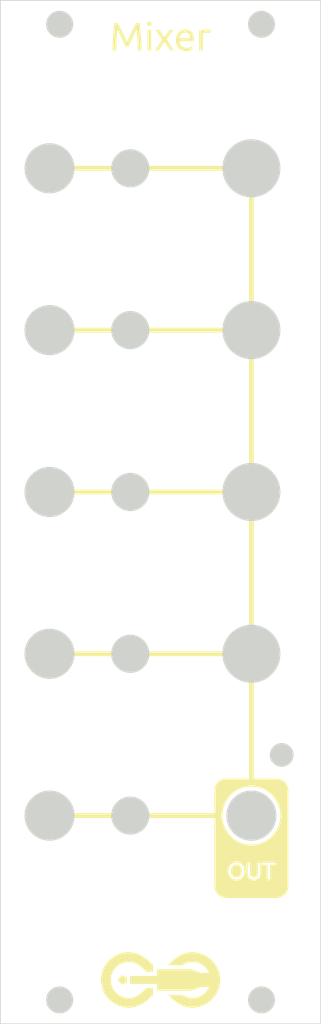
<source format=kicad_pcb>
(kicad_pcb (version 20221018) (generator pcbnew)

  (general
    (thickness 1.6)
  )

  (paper "A4")
  (title_block
    (title "Mixer Faceplate")
    (date "2023-12-20")
    (rev "v2.1")
    (company "Free Modular")
  )

  (layers
    (0 "F.Cu" signal)
    (31 "B.Cu" signal)
    (32 "B.Adhes" user "B.Adhesive")
    (33 "F.Adhes" user "F.Adhesive")
    (34 "B.Paste" user)
    (35 "F.Paste" user)
    (36 "B.SilkS" user "B.Silkscreen")
    (37 "F.SilkS" user "F.Silkscreen")
    (38 "B.Mask" user)
    (39 "F.Mask" user)
    (40 "Dwgs.User" user "User.Drawings")
    (41 "Cmts.User" user "User.Comments")
    (42 "Eco1.User" user "User.Eco1")
    (43 "Eco2.User" user "User.Eco2")
    (44 "Edge.Cuts" user)
    (45 "Margin" user)
    (46 "B.CrtYd" user "B.Courtyard")
    (47 "F.CrtYd" user "F.Courtyard")
    (48 "B.Fab" user)
    (49 "F.Fab" user)
    (50 "User.1" user)
    (51 "User.2" user)
    (52 "User.3" user)
    (53 "User.4" user)
    (54 "User.5" user)
    (55 "User.6" user)
    (56 "User.7" user)
    (57 "User.8" user)
    (58 "User.9" user)
  )

  (setup
    (pad_to_mask_clearance 0)
    (pcbplotparams
      (layerselection 0x00010fc_ffffffff)
      (plot_on_all_layers_selection 0x0000000_00000000)
      (disableapertmacros false)
      (usegerberextensions false)
      (usegerberattributes true)
      (usegerberadvancedattributes true)
      (creategerberjobfile true)
      (dashed_line_dash_ratio 12.000000)
      (dashed_line_gap_ratio 3.000000)
      (svgprecision 4)
      (plotframeref false)
      (viasonmask false)
      (mode 1)
      (useauxorigin false)
      (hpglpennumber 1)
      (hpglpenspeed 20)
      (hpglpendiameter 15.000000)
      (dxfpolygonmode true)
      (dxfimperialunits true)
      (dxfusepcbnewfont true)
      (psnegative false)
      (psa4output false)
      (plotreference true)
      (plotvalue true)
      (plotinvisibletext false)
      (sketchpadsonfab false)
      (subtractmaskfromsilk false)
      (outputformat 1)
      (mirror false)
      (drillshape 1)
      (scaleselection 1)
      (outputdirectory "")
    )
  )

  (net 0 "")

  (gr_line (start 85.379998 82.039998) (end 85.379998 102.359997)
    (stroke (width 0.599999) (type solid)) (layer "F.SilkS") (tstamp 000876ef-d98a-457e-a4a3-3aa1880ea7b0))
  (gr_line (start 85.379998 122.679997) (end 85.379998 138.43)
    (stroke (width 0.599999) (type solid)) (layer "F.SilkS") (tstamp 0c0a7628-d4af-4fa2-abd1-7f3a3a9c7bf4))
  (gr_poly
    (pts
      (xy 72.553466 43.260332)
      (xy 72.568622 43.261328)
      (xy 72.583466 43.262988)
      (xy 72.597997 43.265313)
      (xy 72.612216 43.268301)
      (xy 72.626122 43.271953)
      (xy 72.639716 43.27627)
      (xy 72.652997 43.28125)
      (xy 72.665966 43.286895)
      (xy 72.678622 43.293203)
      (xy 72.690966 43.300176)
      (xy 72.702997 43.307813)
      (xy 72.714715 43.316114)
      (xy 72.726122 43.325078)
      (xy 72.737215 43.334707)
      (xy 72.747996 43.345)
      (xy 72.758894 43.355235)
      (xy 72.76909 43.365938)
      (xy 72.778582 43.37711)
      (xy 72.787371 43.38875)
      (xy 72.795457 43.40086)
      (xy 72.80284 43.413438)
      (xy 72.809519 43.426485)
      (xy 72.815496 43.44)
      (xy 72.820769 43.453985)
      (xy 72.82534 43.468438)
      (xy 72.829207 43.48336)
      (xy 72.832371 43.49875)
      (xy 72.834832 43.51461)
      (xy 72.83659 43.530938)
      (xy 72.837645 43.547735)
      (xy 72.837996 43.565)
      (xy 72.837645 43.582285)
      (xy 72.83659 43.599141)
      (xy 72.834832 43.615567)
      (xy 72.832371 43.631563)
      (xy 72.829207 43.647129)
      (xy 72.82534 43.662266)
      (xy 72.820769 43.676973)
      (xy 72.815496 43.69125)
      (xy 72.809519 43.705098)
      (xy 72.80284 43.718516)
      (xy 72.795457 43.731504)
      (xy 72.787371 43.744063)
      (xy 72.778582 43.756192)
      (xy 72.76909 43.767891)
      (xy 72.758894 43.77916)
      (xy 72.747996 43.79)
      (xy 72.737215 43.799688)
      (xy 72.726122 43.80875)
      (xy 72.714715 43.817188)
      (xy 72.702997 43.825)
      (xy 72.690966 43.832188)
      (xy 72.678622 43.83875)
      (xy 72.665966 43.844688)
      (xy 72.652997 43.85)
      (xy 72.639716 43.854688)
      (xy 72.626122 43.85875)
      (xy 72.612216 43.862188)
      (xy 72.597997 43.865)
      (xy 72.583466 43.867188)
      (xy 72.568622 43.86875)
      (xy 72.553466 43.869688)
      (xy 72.537997 43.87)
      (xy 72.522509 43.869688)
      (xy 72.507294 43.86875)
      (xy 72.492352 43.867188)
      (xy 72.477684 43.865)
      (xy 72.46329 43.862188)
      (xy 72.449168 43.85875)
      (xy 72.435321 43.854688)
      (xy 72.421747 43.85)
      (xy 72.408446 43.844688)
      (xy 72.395418 43.83875)
      (xy 72.382665 43.832188)
      (xy 72.370184 43.825)
      (xy 72.357977 43.817188)
      (xy 72.346044 43.80875)
      (xy 72.334384 43.799688)
      (xy 72.322997 43.79)
      (xy 72.312704 43.77916)
      (xy 72.303075 43.767891)
      (xy 72.294111 43.756192)
      (xy 72.28581 43.744063)
      (xy 72.278173 43.731504)
      (xy 72.271201 43.718516)
      (xy 72.264892 43.705098)
      (xy 72.259248 43.69125)
      (xy 72.254267 43.676973)
      (xy 72.249951 43.662266)
      (xy 72.246299 43.647129)
      (xy 72.24331 43.631563)
      (xy 72.240986 43.615567)
      (xy 72.239326 43.599141)
      (xy 72.23833 43.582285)
      (xy 72.237998 43.565)
      (xy 72.23833 43.547735)
      (xy 72.239326 43.530938)
      (xy 72.240986 43.51461)
      (xy 72.24331 43.49875)
      (xy 72.246299 43.48336)
      (xy 72.249951 43.468438)
      (xy 72.254267 43.453985)
      (xy 72.259248 43.44)
      (xy 72.264892 43.426485)
      (xy 72.271201 43.413438)
      (xy 72.278173 43.40086)
      (xy 72.28581 43.38875)
      (xy 72.294111 43.37711)
      (xy 72.303075 43.365938)
      (xy 72.312704 43.355235)
      (xy 72.322997 43.345)
      (xy 72.334384 43.334707)
      (xy 72.346044 43.325078)
      (xy 72.357977 43.316114)
      (xy 72.370184 43.307813)
      (xy 72.382665 43.300176)
      (xy 72.395418 43.293203)
      (xy 72.408446 43.286895)
      (xy 72.421747 43.28125)
      (xy 72.435321 43.27627)
      (xy 72.449168 43.271953)
      (xy 72.46329 43.268301)
      (xy 72.477684 43.265313)
      (xy 72.492352 43.262988)
      (xy 72.507294 43.261328)
      (xy 72.522509 43.260332)
      (xy 72.537997 43.26)
    )

    (stroke (width 0) (type solid)) (fill solid) (layer "F.SilkS") (tstamp 21e7dbbd-56fe-4155-9ceb-1e23e6e56567))
  (gr_line (start 59.979999 61.719998) (end 85.379998 61.719998)
    (stroke (width 0.599999) (type solid)) (layer "F.SilkS") (tstamp 25528881-c4c6-4b0b-b609-680d3d847581))
  (gr_poly
    (pts
      (xy 74.718001 45.544999)
      (xy 74.838626 45.709999)
      (xy 74.960501 45.879999)
      (xy 75.083626 46.054999)
      (xy 75.208001 46.234999)
      (xy 75.270501 46.324765)
      (xy 75.330501 46.414062)
      (xy 75.388001 46.50289)
      (xy 75.443001 46.591249)
      (xy 75.495501 46.67914)
      (xy 75.545501 46.766562)
      (xy 75.593001 46.853515)
      (xy 75.638001 46.939999)
      (xy 75.127997 46.94)
      (xy 75.113857 46.912109)
      (xy 75.098935 46.883437)
      (xy 75.083231 46.853984)
      (xy 75.066747 46.823749)
      (xy 75.031434 46.760937)
      (xy 74.992997 46.695)
      (xy 74.95206 46.627187)
      (xy 74.909247 46.55875)
      (xy 74.86456 46.489687)
      (xy 74.817998 46.42)
      (xy 74.770185 46.347812)
      (xy 74.721748 46.27625)
      (xy 74.672686 46.205312)
      (xy 74.622998 46.135)
      (xy 74.57331 46.065937)
      (xy 74.524248 45.99875)
      (xy 74.475811 45.933437)
      (xy 74.427998 45.87)
      (xy 74.380186 45.93375)
      (xy 74.331749 46)
      (xy 74.282686 46.06875)
      (xy 74.232999 46.14)
      (xy 74.183311 46.210312)
      (xy 74.134249 46.28125)
      (xy 74.085811 46.352812)
      (xy 74.037999 46.425)
      (xy 73.993624 46.494687)
      (xy 73.950499 46.56375)
      (xy 73.908624 46.632187)
      (xy 73.867999 46.7)
      (xy 73.829561 46.765625)
      (xy 73.794249 46.8275)
      (xy 73.762061 46.885625)
      (xy 73.732999 46.94)
      (xy 73.252999 46.94)
      (xy 73.297765 46.854843)
      (xy 73.344562 46.769374)
      (xy 73.39339 46.683593)
      (xy 73.444249 46.597499)
      (xy 73.49714 46.511093)
      (xy 73.552062 46.424374)
      (xy 73.609015 46.337343)
      (xy 73.668 46.249999)
      (xy 73.790188 46.074687)
      (xy 73.911751 45.903749)
      (xy 74.032688 45.737187)
      (xy 74.153001 45.574999)
      (xy 73.293 44.34)
      (xy 73.818 44.34)
      (xy 74.438 45.249999)
      (xy 75.063 44.339999)
      (xy 75.558001 44.339999)
    )

    (stroke (width 0) (type solid)) (fill solid) (layer "F.SilkS") (tstamp 2eb5ad89-a09d-4da8-b4e2-2276c28269b2))
  (gr_line (start 59.979999 102.359997) (end 85.379998 102.359997)
    (stroke (width 0.599999) (type solid)) (layer "F.SilkS") (tstamp 36828326-d511-4ddd-9077-eb2fb2884d5f))
  (gr_line (start 85.379998 61.719998) (end 85.379998 82.039998)
    (stroke (width 0.599999) (type solid)) (layer "F.SilkS") (tstamp 3693093f-8261-40b4-a28c-9b9fdc8a6bd5))
  (gr_poly
    (pts
      (xy 77.126665 44.276289)
      (xy 77.189419 44.280156)
      (xy 77.250259 44.286602)
      (xy 77.309185 44.295625)
      (xy 77.366197 44.307227)
      (xy 77.421294 44.321406)
      (xy 77.474478 44.338164)
      (xy 77.525748 44.3575)
      (xy 77.575103 44.379414)
      (xy 77.622544 44.403906)
      (xy 77.668072 44.430977)
      (xy 77.711685 44.460625)
      (xy 77.753384 44.492852)
      (xy 77.793169 44.527656)
      (xy 77.831041 44.565039)
      (xy 77.866998 44.605)
      (xy 77.900904 44.646973)
      (xy 77.932623 44.69164)
      (xy 77.962154 44.739004)
      (xy 77.989498 44.789062)
      (xy 78.014654 44.841816)
      (xy 78.037623 44.897265)
      (xy 78.058404 44.95541)
      (xy 78.076998 45.016249)
      (xy 78.093404 45.079785)
      (xy 78.107623 45.146015)
      (xy 78.119654 45.214941)
      (xy 78.129498 45.286562)
      (xy 78.137154 45.360878)
      (xy 78.142623 45.43789)
      (xy 78.145904 45.517597)
      (xy 78.146998 45.599999)
      (xy 78.146998 45.679999)
      (xy 78.14692 45.691171)
      (xy 78.146686 45.702187)
      (xy 78.146295 45.713046)
      (xy 78.145748 45.723749)
      (xy 78.145045 45.734296)
      (xy 78.144186 45.744687)
      (xy 78.143171 45.754921)
      (xy 78.141999 45.764999)
      (xy 76.361998 45.764999)
      (xy 76.366432 45.814863)
      (xy 76.372233 45.863202)
      (xy 76.379401 45.910019)
      (xy 76.387936 45.955312)
      (xy 76.397838 45.999081)
      (xy 76.409108 46.041327)
      (xy 76.421745 46.08205)
      (xy 76.435749 46.121249)
      (xy 76.45112 46.158925)
      (xy 76.467858 46.195077)
      (xy 76.485964 46.229706)
      (xy 76.505436 46.262812)
      (xy 76.526276 46.294394)
      (xy 76.548483 46.324452)
      (xy 76.572057 46.352987)
      (xy 76.596999 46.379999)
      (xy 76.623523 46.405429)
      (xy 76.651843 46.429218)
      (xy 76.68196 46.451366)
      (xy 76.713874 46.471874)
      (xy 76.747585 46.490741)
      (xy 76.783093 46.507968)
      (xy 76.820398 46.523554)
      (xy 76.859499 46.537499)
      (xy 76.900398 46.549804)
      (xy 76.943093 46.560468)
      (xy 76.987585 46.569491)
      (xy 77.033874 46.576874)
      (xy 77.08196 46.582616)
      (xy 77.131842 46.586718)
      (xy 77.183522 46.589179)
      (xy 77.236998 46.589999)
      (xy 77.296999 46.589374)
      (xy 77.354499 46.587499)
      (xy 77.409499 46.584374)
      (xy 77.461999 46.579999)
      (xy 77.511999 46.574374)
      (xy 77.559499 46.567499)
      (xy 77.604499 46.559374)
      (xy 77.646998 46.549999)
      (xy 77.68817 46.538827)
      (xy 77.726686 46.527812)
      (xy 77.762545 46.516952)
      (xy 77.795748 46.506249)
      (xy 77.826295 46.495702)
      (xy 77.854185 46.485312)
      (xy 77.87942 46.475077)
      (xy 77.901997 46.464999)
      (xy 77.966998 46.854999)
      (xy 77.955865 46.860644)
      (xy 77.943717 46.866327)
      (xy 77.930553 46.87205)
      (xy 77.916374 46.877812)
      (xy 77.901178 46.883612)
      (xy 77.884967 46.889452)
      (xy 77.849499 46.901249)
      (xy 77.809968 46.913202)
      (xy 77.766374 46.925311)
      (xy 77.718717 46.937577)
      (xy 77.666999 46.949999)
      (xy 77.613561 46.961718)
      (xy 77.558249 46.971874)
      (xy 77.501062 46.980468)
      (xy 77.441999 46.987499)
      (xy 77.381062 46.992968)
      (xy 77.318249 46.996874)
      (xy 77.253562 46.999218)
      (xy 77.186999 46.999999)
      (xy 77.103405 46.998436)
      (xy 77.022624 46.993749)
      (xy 76.983288 46.990233)
      (xy 76.944655 46.985937)
      (xy 76.906725 46.980858)
      (xy 76.869499 46.974999)
      (xy 76.832975 46.968358)
      (xy 76.797155 46.960937)
      (xy 76.762038 46.952733)
      (xy 76.727624 46.943749)
      (xy 76.693913 46.933983)
      (xy 76.660905 46.923437)
      (xy 76.6286 46.912108)
      (xy 76.596999 46.899999)
      (xy 76.566706 46.886581)
      (xy 76.537077 46.872577)
      (xy 76.508112 46.857987)
      (xy 76.479811 46.842812)
      (xy 76.452174 46.82705)
      (xy 76.425202 46.810702)
      (xy 76.398893 46.793769)
      (xy 76.373248 46.776249)
      (xy 76.348268 46.758144)
      (xy 76.323951 46.739452)
      (xy 76.300299 46.720175)
      (xy 76.277311 46.700312)
      (xy 76.254987 46.679862)
      (xy 76.233326 46.658827)
      (xy 76.21233 46.637206)
      (xy 76.191998 46.614999)
      (xy 76.172311 46.592245)
      (xy 76.153248 46.568984)
      (xy 76.134811 46.545214)
      (xy 76.116998 46.520937)
      (xy 76.099811 46.496152)
      (xy 76.083248 46.470859)
      (xy 76.067311 46.445058)
      (xy 76.051998 46.418749)
      (xy 76.037311 46.391933)
      (xy 76.023248 46.364609)
      (xy 76.009811 46.336776)
      (xy 75.996998 46.308437)
      (xy 75.984811 46.279589)
      (xy 75.973248 46.250233)
      (xy 75.962311 46.22037)
      (xy 75.951999 46.189999)
      (xy 75.93442 46.126796)
      (xy 75.919185 46.062187)
      (xy 75.906295 45.996171)
      (xy 75.895748 45.928749)
      (xy 75.887545 45.859921)
      (xy 75.881685 45.789687)
      (xy 75.87817 45.718046)
      (xy 75.876998 45.644999)
      (xy 75.87856 45.560156)
      (xy 75.883248 45.478124)
      (xy 75.89106 45.398906)
      (xy 75.892233 45.389999)
      (xy 76.371999 45.389999)
      (xy 77.661998 45.389999)
      (xy 77.661958 45.351074)
      (xy 77.660591 45.313046)
      (xy 77.657896 45.275917)
      (xy 77.653872 45.239687)
      (xy 77.64852 45.204355)
      (xy 77.641841 45.169921)
      (xy 77.633833 45.136386)
      (xy 77.624497 45.103749)
      (xy 77.613833 45.072011)
      (xy 77.601841 45.041171)
      (xy 77.58852 45.01123)
      (xy 77.573872 44.982187)
      (xy 77.557896 44.954042)
      (xy 77.540591 44.926796)
      (xy 77.521958 44.900449)
      (xy 77.501998 44.874999)
      (xy 77.48151 44.850175)
      (xy 77.460045 44.826953)
      (xy 77.437603 44.805331)
      (xy 77.414185 44.785312)
      (xy 77.389791 44.766894)
      (xy 77.36442 44.750078)
      (xy 77.338072 44.734863)
      (xy 77.310748 44.721249)
      (xy 77.282447 44.709238)
      (xy 77.25317 44.698828)
      (xy 77.222916 44.690019)
      (xy 77.191686 44.682812)
      (xy 77.159479 44.677207)
      (xy 77.126295 44.673203)
      (xy 77.092135 44.6708)
      (xy 77.056998 44.67)
      (xy 77.037135 44.670253)
      (xy 77.017545 44.671015)
      (xy 76.998229 44.672285)
      (xy 76.979186 44.674062)
      (xy 76.960416 44.676347)
      (xy 76.94192 44.67914)
      (xy 76.923698 44.682441)
      (xy 76.905748 44.68625)
      (xy 76.888073 44.690566)
      (xy 76.87067 44.69539)
      (xy 76.853541 44.700722)
      (xy 76.836686 44.706562)
      (xy 76.820104 44.71291)
      (xy 76.803795 44.719765)
      (xy 76.78776 44.727128)
      (xy 76.771998 44.735)
      (xy 76.757135 44.742656)
      (xy 76.742545 44.750625)
      (xy 76.728229 44.758906)
      (xy 76.714186 44.7675)
      (xy 76.700416 44.776406)
      (xy 76.68692 44.785625)
      (xy 76.673697 44.795156)
      (xy 76.660748 44.805)
      (xy 76.648072 44.815156)
      (xy 76.63567 44.825625)
      (xy 76.623541 44.836406)
      (xy 76.611685 44.847499)
      (xy 76.600103 44.858906)
      (xy 76.588795 44.870624)
      (xy 76.57776 44.882656)
      (xy 76.566998 44.894999)
      (xy 76.55651 44.907617)
      (xy 76.546296 44.920468)
      (xy 76.536354 44.933554)
      (xy 76.526686 44.946874)
      (xy 76.517292 44.960429)
      (xy 76.508171 44.974218)
      (xy 76.499323 44.988242)
      (xy 76.490749 45.002499)
      (xy 76.482448 45.016992)
      (xy 76.474421 45.031718)
      (xy 76.466667 45.046679)
      (xy 76.459186 45.061874)
      (xy 76.451979 45.077304)
      (xy 76.445045 45.092968)
      (xy 76.438385 45.108867)
      (xy 76.431998 45.124999)
      (xy 76.421217 45.157578)
      (xy 76.411373 45.190312)
      (xy 76.402467 45.223203)
      (xy 76.394498 45.256249)
      (xy 76.387467 45.289453)
      (xy 76.381374 45.322812)
      (xy 76.376217 45.356328)
      (xy 76.371999 45.389999)
      (xy 75.892233 45.389999)
      (xy 75.896138 45.360351)
      (xy 75.901998 45.3225)
      (xy 75.908638 45.285351)
      (xy 75.91606 45.248906)
      (xy 75.924263 45.213164)
      (xy 75.933248 45.178125)
      (xy 75.943013 45.143789)
      (xy 75.95356 45.110156)
      (xy 75.964889 45.077226)
      (xy 75.976998 45.045)
      (xy 75.989752 45.012851)
      (xy 76.003014 44.981406)
      (xy 76.016784 44.950664)
      (xy 76.031061 44.920625)
      (xy 76.045846 44.891289)
      (xy 76.061139 44.862656)
      (xy 76.07694 44.834726)
      (xy 76.093249 44.8075)
      (xy 76.110065 44.780976)
      (xy 76.127389 44.755156)
      (xy 76.145221 44.730039)
      (xy 76.163561 44.705625)
      (xy 76.182408 44.681914)
      (xy 76.201764 44.658906)
      (xy 76.221627 44.636601)
      (xy 76.241998 44.615)
      (xy 76.262818 44.594082)
      (xy 76.284028 44.573828)
      (xy 76.30563 44.554238)
      (xy 76.327622 44.535312)
      (xy 76.350005 44.517051)
      (xy 76.372778 44.499453)
      (xy 76.395942 44.482519)
      (xy 76.419497 44.46625)
      (xy 76.443442 44.450644)
      (xy 76.467778 44.435703)
      (xy 76.492504 44.421426)
      (xy 76.517622 44.407812)
      (xy 76.543129 44.394863)
      (xy 76.569028 44.382578)
      (xy 76.595317 44.370957)
      (xy 76.621997 44.36)
      (xy 76.648911 44.349707)
      (xy 76.675903 44.340078)
      (xy 76.702973 44.331113)
      (xy 76.730122 44.322813)
      (xy 76.757348 44.315176)
      (xy 76.784653 44.308203)
      (xy 76.812036 44.301895)
      (xy 76.839497 44.29625)
      (xy 76.867036 44.29127)
      (xy 76.894653 44.286953)
      (xy 76.922349 44.283301)
      (xy 76.950122 44.280313)
      (xy 76.977974 44.277988)
      (xy 77.005904 44.276328)
      (xy 77.033911 44.275332)
      (xy 77.061997 44.275)
    )

    (stroke (width 0) (type solid)) (fill solid) (layer "F.SilkS") (tstamp 3699922c-c5f8-4086-ac67-bd2af1ef9e77))
  (gr_poly
    (pts
      (xy 68.60206 43.53125)
      (xy 68.636748 43.59)
      (xy 68.67206 43.65125)
      (xy 68.707998 43.715)
      (xy 68.74456 43.78125)
      (xy 68.781748 43.85)
      (xy 68.857998 43.995)
      (xy 68.935498 44.146875)
      (xy 69.012998 44.3025)
      (xy 69.090498 44.461875)
      (xy 69.167998 44.625)
      (xy 69.244873 44.787812)
      (xy 69.320498 44.95125)
      (xy 69.394873 45.115312)
      (xy 69.467998 45.28)
      (xy 69.732999 45.875)
      (xy 69.997998 45.28)
      (xy 70.071123 45.115312)
      (xy 70.145498 44.95125)
      (xy 70.221123 44.787812)
      (xy 70.297997 44.625)
      (xy 70.375498 44.461875)
      (xy 70.452998 44.3025)
      (xy 70.530497 44.146875)
      (xy 70.607997 43.995)
      (xy 70.684246 43.85)
      (xy 70.757996 43.715)
      (xy 70.829247 43.59)
      (xy 70.897998 43.475)
      (xy 71.322997 43.475)
      (xy 71.402684 44.319688)
      (xy 71.471747 45.17875)
      (xy 71.530184 46.052187)
      (xy 71.577996 46.94)
      (xy 71.102996 46.94)
      (xy 71.075496 46.24375)
      (xy 71.042996 45.554999)
      (xy 71.024247 45.216249)
      (xy 71.002996 44.889999)
      (xy 70.979246 44.576249)
      (xy 70.952996 44.275)
      (xy 70.925809 44.322187)
      (xy 70.894246 44.37875)
      (xy 70.858309 44.444687)
      (xy 70.817996 44.52)
      (xy 70.777058 44.602812)
      (xy 70.734246 44.691249)
      (xy 70.689559 44.785312)
      (xy 70.642997 44.884999)
      (xy 70.437997 45.314999)
      (xy 70.386122 45.426874)
      (xy 70.335496 45.537499)
      (xy 70.286121 45.646874)
      (xy 70.237996 45.754999)
      (xy 70.145495 45.962499)
      (xy 70.057996 46.154999)
      (xy 69.985496 46.323749)
      (xy 69.927996 46.459999)
      (xy 69.537999 46.46)
      (xy 69.510811 46.395937)
      (xy 69.479249 46.32375)
      (xy 69.443311 46.243437)
      (xy 69.402999 46.155)
      (xy 69.319249 45.9625)
      (xy 69.227999 45.755)
      (xy 69.179561 45.646875)
      (xy 69.129248 45.5375)
      (xy 69.077061 45.426875)
      (xy 69.022999 45.315)
      (xy 68.920499 45.0925)
      (xy 68.822999 44.885)
      (xy 68.776124 44.785312)
      (xy 68.730498 44.69125)
      (xy 68.686123 44.602813)
      (xy 68.642999 44.52)
      (xy 68.604874 44.444688)
      (xy 68.570499 44.37875)
      (xy 68.539874 44.322188)
      (xy 68.512998 44.275)
      (xy 68.486748 44.57625)
      (xy 68.462998 44.89)
      (xy 68.441748 45.21625)
      (xy 68.422998 45.554999)
      (xy 68.390498 46.243749)
      (xy 68.362998 46.94)
      (xy 67.887997 46.94)
      (xy 67.909248 46.48875)
      (xy 67.932998 46.035)
      (xy 67.959247 45.58)
      (xy 67.987998 45.135)
      (xy 68.057998 44.27)
      (xy 68.07831 44.062813)
      (xy 68.099248 43.86125)
      (xy 68.12081 43.665313)
      (xy 68.142998 43.475)
      (xy 68.567998 43.475)
    )

    (stroke (width 0) (type solid)) (fill solid) (layer "F.SilkS") (tstamp 3a8e4f1e-e992-43a2-bd36-70e93abb0d0d))
  (gr_poly
    (pts
      (xy 88.60632 138.351354)
      (xy 88.682488 138.357155)
      (xy 88.757549 138.366702)
      (xy 88.831408 138.379901)
      (xy 88.903971 138.396657)
      (xy 88.975143 138.416876)
      (xy 89.044831 138.440464)
      (xy 89.112939 138.467326)
      (xy 89.179375 138.497369)
      (xy 89.244044 138.530499)
      (xy 89.306851 138.566621)
      (xy 89.367702 138.60564)
      (xy 89.426504 138.647464)
      (xy 89.483161 138.691996)
      (xy 89.53758 138.739145)
      (xy 89.589666 138.788814)
      (xy 89.639326 138.84091)
      (xy 89.686464 138.895339)
      (xy 89.730988 138.952007)
      (xy 89.772801 139.010819)
      (xy 89.811812 139.071681)
      (xy 89.847924 139.134498)
      (xy 89.881044 139.199178)
      (xy 89.911078 139.265625)
      (xy 89.937931 139.333746)
      (xy 89.96151 139.403445)
      (xy 89.98172 139.47463)
      (xy 89.998466 139.547205)
      (xy 90.011655 139.621077)
      (xy 90.021192 139.696151)
      (xy 90.026984 139.772333)
      (xy 90.028935 139.84953)
      (xy 90.028935 151.849293)
      (xy 90.026992 151.926476)
      (xy 90.021208 152.002646)
      (xy 90.011678 152.077709)
      (xy 89.998497 152.15157)
      (xy 89.981758 152.224137)
      (xy 89.961556 152.295314)
      (xy 89.937985 152.365007)
      (xy 89.911138 152.433121)
      (xy 89.881112 152.499564)
      (xy 89.847998 152.56424)
      (xy 89.811893 152.627055)
      (xy 89.772889 152.687915)
      (xy 89.731081 152.746726)
      (xy 89.686564 152.803393)
      (xy 89.639432 152.857823)
      (xy 89.589778 152.90992)
      (xy 89.537697 152.959591)
      (xy 89.483283 153.006742)
      (xy 89.426631 153.051278)
      (xy 89.367834 153.093105)
      (xy 89.306987 153.132129)
      (xy 89.244184 153.168256)
      (xy 89.179519 153.201391)
      (xy 89.113086 153.23144)
      (xy 89.044981 153.258309)
      (xy 88.975295 153.281903)
      (xy 88.904125 153.302129)
      (xy 88.831565 153.318892)
      (xy 88.757707 153.332098)
      (xy 88.682647 153.341652)
      (xy 88.60648 153.347461)
      (xy 88.529298 153.349431)
      (xy 82.229276 153.349431)
      (xy 82.152094 153.34747)
      (xy 82.075925 153.341669)
      (xy 82.000864 153.332123)
      (xy 81.927006 153.318924)
      (xy 81.854443 153.302169)
      (xy 81.783271 153.28195)
      (xy 81.713583 153.258362)
      (xy 81.645475 153.2315)
      (xy 81.579039 153.201457)
      (xy 81.51437 153.168327)
      (xy 81.451563 153.132206)
      (xy 81.390712 153.093186)
      (xy 81.331911 153.051363)
      (xy 81.275254 153.00683)
      (xy 81.220835 152.959681)
      (xy 81.168748 152.910012)
      (xy 81.119089 152.857915)
      (xy 81.07195 152.803486)
      (xy 81.027427 152.746818)
      (xy 80.985613 152.688006)
      (xy 80.946603 152.627144)
      (xy 80.910491 152.564326)
      (xy 80.877371 152.499646)
      (xy 80.847337 152.433199)
      (xy 80.820483 152.365078)
      (xy 80.796905 152.295378)
      (xy 80.776695 152.224193)
      (xy 80.759949 152.151618)
      (xy 80.74676 152.077746)
      (xy 80.737223 152.002672)
      (xy 80.731431 151.926489)
      (xy 80.72948 151.849293)
      (xy 80.72948 149.958271)
      (xy 82.506551 149.958271)
      (xy 82.506856 149.991401)
      (xy 82.507771 150.024045)
      (xy 82.509296 150.056202)
      (xy 82.51143 150.087871)
      (xy 82.514175 150.119051)
      (xy 82.517529 150.149742)
      (xy 82.521493 150.179943)
      (xy 82.526066 150.209652)
      (xy 82.531249 150.23887)
      (xy 82.53704 150.267594)
      (xy 82.543441 150.295825)
      (xy 82.550451 150.32356)
      (xy 82.55807 150.350801)
      (xy 82.566298 150.377544)
      (xy 82.575135 150.403791)
      (xy 82.58458 150.429539)
      (xy 82.594916 150.454776)
      (xy 82.605674 150.479488)
      (xy 82.616854 150.503677)
      (xy 82.628456 150.527345)
      (xy 82.64048 150.550492)
      (xy 82.652926 150.57312)
      (xy 82.665793 150.59523)
      (xy 82.679083 150.616823)
      (xy 82.692795 150.6379)
      (xy 82.706928 150.658463)
      (xy 82.721483 150.678513)
      (xy 82.73646 150.698051)
      (xy 82.751859 150.717078)
      (xy 82.76768 150.735596)
      (xy 82.783922 150.753605)
      (xy 82.800586 150.771107)
      (xy 82.818002 150.787726)
      (xy 82.835754 150.803832)
      (xy 82.853839 150.819425)
      (xy 82.872257 150.834504)
      (xy 82.891008 150.849068)
      (xy 82.910089 150.863118)
      (xy 82.929501 150.876652)
      (xy 82.949242 150.889672)
      (xy 82.969311 150.902175)
      (xy 82.989707 150.914163)
      (xy 83.010429 150.925634)
      (xy 83.031477 150.936589)
      (xy 83.052849 150.947026)
      (xy 83.074544 150.956946)
      (xy 83.096562 150.966348)
      (xy 83.118901 150.975232)
      (xy 83.141858 150.983588)
      (xy 83.164981 150.991411)
      (xy 83.188269 150.9987)
      (xy 83.211722 151.005453)
      (xy 83.235339 151.011671)
      (xy 83.259122 151.017351)
      (xy 83.283068 151.022495)
      (xy 83.307179 151.0271)
      (xy 83.331454 151.031166)
      (xy 83.355893 151.034693)
      (xy 83.380495 151.037679)
      (xy 83.405261 151.040124)
      (xy 83.43019 151.042027)
      (xy 83.455282 151.043387)
      (xy 83.480538 151.044204)
      (xy 83.505956 151.044476)
      (xy 83.530982 151.044204)
      (xy 83.555816 151.043387)
      (xy 83.580459 151.042027)
      (xy 83.604911 151.040125)
      (xy 83.629172 151.037681)
      (xy 83.653244 151.034695)
      (xy 83.677127 151.031169)
      (xy 83.700822 151.027103)
      (xy 83.72433 151.022498)
      (xy 83.747651 151.017355)
      (xy 83.770786 151.011674)
      (xy 83.793736 151.005456)
      (xy 83.816502 150.998702)
      (xy 83.839083 150.991413)
      (xy 83.861482 150.983589)
      (xy 83.883698 150.975232)
      (xy 83.906024 150.966348)
      (xy 83.928003 150.956946)
      (xy 83.949635 150.947026)
      (xy 83.970919 150.936589)
      (xy 83.991853 150.925634)
      (xy 84.012439 150.914163)
      (xy 84.032674 150.902175)
      (xy 84.052558 150.889672)
      (xy 84.07209 150.876652)
      (xy 84.091271 150.863118)
      (xy 84.110098 150.849068)
      (xy 84.128572 150.834504)
      (xy 84.146692 150.819425)
      (xy 84.164456 150.803832)
      (xy 84.181865 150.787726)
      (xy 84.198918 150.771107)
      (xy 84.215569 150.753606)
      (xy 84.231773 150.735598)
      (xy 84.24753 150.717081)
      (xy 84.26284 150.698055)
      (xy 84.277704 150.678518)
      (xy 84.292122 150.658468)
      (xy 84.306094 150.637906)
      (xy 84.31962 150.616828)
      (xy 84.332701 150.595235)
      (xy 84.345337 150.573125)
      (xy 84.357528 150.550497)
      (xy 84.369275 150.527349)
      (xy 84.380578 150.503681)
      (xy 84.391436 150.47949)
      (xy 84.401851 150.454777)
      (xy 84.411822 150.429539)
      (xy 84.421632 150.403792)
      (xy 84.430812 150.377547)
      (xy 84.439362 150.350805)
      (xy 84.44728 150.323566)
      (xy 84.454568 150.295831)
      (xy 84.461223 150.267601)
      (xy 84.467247 150.238878)
      (xy 84.472638 150.209661)
      (xy 84.477396 150.179952)
      (xy 84.481521 150.149751)
      (xy 84.485013 150.11906)
      (xy 84.48787 150.087878)
      (xy 84.491682 150.02405)
      (xy 84.492953 149.958271)
      (xy 84.492635 149.925145)
      (xy 84.491682 149.892515)
      (xy 84.490093 149.860382)
      (xy 84.48787 149.828744)
      (xy 84.485013 149.797602)
      (xy 84.481521 149.766953)
      (xy 84.477396 149.736798)
      (xy 84.472638 149.707137)
      (xy 84.467247 149.677967)
      (xy 84.461223 149.649289)
      (xy 84.454568 149.621102)
      (xy 84.44728 149.593405)
      (xy 84.439362 149.566198)
      (xy 84.430812 149.53948)
      (xy 84.421632 149.51325)
      (xy 84.411822 149.487507)
      (xy 84.401851 149.462281)
      (xy 84.391437 149.437593)
      (xy 84.380578 149.413443)
      (xy 84.369276 149.389832)
      (xy 84.357529 149.36676)
      (xy 84.345338 149.344227)
      (xy 84.332702 149.322233)
      (xy 84.319621 149.300777)
      (xy 84.306094 149.27986)
      (xy 84.292122 149.259482)
      (xy 84.277704 149.239643)
      (xy 84.26284 149.220343)
      (xy 84.24753 149.201582)
      (xy 84.231773 149.18336)
      (xy 84.215569 149.165677)
      (xy 84.198918 149.148533)
      (xy 84.181865 149.13155)
      (xy 84.164456 149.115101)
      (xy 84.146692 149.099187)
      (xy 84.128572 149.08381)
      (xy 84.110098 149.068968)
      (xy 84.091271 149.054664)
      (xy 84.07209 149.040898)
      (xy 84.052558 149.02767)
      (xy 84.032674 149.014982)
      (xy 84.012439 149.002833)
      (xy 83.991853 148.991224)
      (xy 83.970919 148.980157)
      (xy 83.949635 148.969631)
      (xy 83.928003 148.959648)
      (xy 83.906024 148.950208)
      (xy 83.883698 148.941311)
      (xy 83.861484 148.932959)
      (xy 83.839087 148.925152)
      (xy 83.825071 148.920643)
      (xy 84.909474 148.920643)
      (xy 84.909497 150.225453)
      (xy 84.910221 150.268577)
      (xy 84.912384 150.310953)
      (xy 84.915976 150.352579)
      (xy 84.920986 150.393456)
      (xy 84.927402 150.433583)
      (xy 84.935212 150.472961)
      (xy 84.944407 150.511588)
      (xy 84.954974 150.549466)
      (xy 84.961158 150.568063)
      (xy 84.967709 150.586354)
      (xy 84.97463 150.60434)
      (xy 84.981921 150.622021)
      (xy 84.989583 150.639397)
      (xy 84.997616 150.656467)
      (xy 85.006023 150.673233)
      (xy 85.014804 150.689694)
      (xy 85.02396 150.70585)
      (xy 85.033492 150.721702)
      (xy 85.0434 150.737249)
      (xy 85.053687 150.752492)
      (xy 85.064353 150.76743)
      (xy 85.075398 150.782065)
      (xy 85.086825 150.796395)
      (xy 85.098634 150.810421)
      (xy 85.110844 150.823746)
      (xy 85.123475 150.83672)
      (xy 85.136529 150.849344)
      (xy 85.150004 150.861616)
      (xy 85.1639 150.873538)
      (xy 85.178218 150.885109)
      (xy 85.192958 150.896328)
      (xy 85.20812 150.907196)
      (xy 85.223704 150.917713)
      (xy 85.239709 150.927878)
      (xy 85.256137 150.937691)
      (xy 85.272987 150.947152)
      (xy 85.290258 150.956261)
      (xy 85.307952 150.965017)
      (xy 85.326069 150.973421)
      (xy 85.344607 150.981472)
      (xy 85.363569 150.989103)
      (xy 85.382951 150.996242)
      (xy 85.402756 151.002889)
      (xy 85.422982 151.009045)
      (xy 85.443629 151.014708)
      (xy 85.464698 151.01988)
      (xy 85.486189 151.024559)
      (xy 85.508101 151.028746)
      (xy 85.530435 151.032441)
      (xy 85.553191 151.035644)
      (xy 85.576369 151.038354)
      (xy 85.599969 151.040571)
      (xy 85.623991 151.042296)
      (xy 85.648435 151.043528)
      (xy 85.69859 151.044514)
      (xy 85.72387 151.044268)
      (xy 85.748713 151.043528)
      (xy 85.773118 151.042295)
      (xy 85.797084 151.04057)
      (xy 85.820609 151.038352)
      (xy 85.843693 151.035642)
      (xy 85.866333 151.032439)
      (xy 85.88853 151.028743)
      (xy 85.910282 151.024556)
      (xy 85.931587 151.019876)
      (xy 85.952444 151.014705)
      (xy 85.972853 151.009041)
      (xy 85.992812 151.002886)
      (xy 86.01232 150.99624)
      (xy 86.031375 150.989102)
      (xy 86.049977 150.981472)
      (xy 86.068515 150.973422)
      (xy 86.086631 150.965019)
      (xy 86.104324 150.956263)
      (xy 86.121596 150.947155)
      (xy 86.138446 150.937694)
      (xy 86.154873 150.927881)
      (xy 86.170879 150.917716)
      (xy 86.186463 150.907199)
      (xy 86.201625 150.896331)
      (xy 86.216366 150.885111)
      (xy 86.230684 150.87354)
      (xy 86.244581 150.861617)
      (xy 86.258056 150.849344)
      (xy 86.27111 150.83672)
      (xy 86.283742 150.823746)
      (xy 86.295953 150.810421)
      (xy 86.308113 150.796396)
      (xy 86.319844 150.782067)
      (xy 86.331147 150.767433)
      (xy 86.342023 150.752495)
      (xy 86.352474 150.737252)
      (xy 86.3625 150.721705)
      (xy 86.372102 150.705853)
      (xy 86.381281 150.689697)
      (xy 86.390038 150.673235)
      (xy 86.398375 150.656469)
      (xy 86.406291 150.639398)
      (xy 86.413789 150.622022)
      (xy 86.420869 150.604341)
      (xy 86.427532 150.586354)
      (xy 86.433778 150.568063)
      (xy 86.43961 150.549466)
      (xy 86.450863 150.511588)
      (xy 86.460621 150.472961)
      (xy 86.46888 150.433583)
      (xy 86.475642 150.393456)
      (xy 86.480903 150.352579)
      (xy 86.484662 150.310953)
      (xy 86.486919 150.268577)
      (xy 86.487672 150.225453)
      (xy 86.487672 148.920651)
      (xy 86.196736 148.920651)
      (xy 86.196736 150.192379)
      (xy 86.196166 150.230709)
      (xy 86.194459 150.26771)
      (xy 86.191619 150.303388)
      (xy 86.18765 150.337749)
      (xy 86.182556 150.370797)
      (xy 86.179588 150.386831)
      (xy 86.176341 150.402539)
      (xy 86.172815 150.417922)
      (xy 86.16901 150.43298)
      (xy 86.164926 150.447714)
      (xy 86.160565 150.462124)
      (xy 86.15595 150.475852)
      (xy 86.151104 150.489284)
      (xy 86.146028 150.502419)
      (xy 86.14072 150.515256)
      (xy 86.13518 150.527794)
      (xy 86.129408 150.540032)
      (xy 86.123402 150.551967)
      (xy 86.117163 150.563599)
      (xy 86.110689 150.574926)
      (xy 86.10398 150.585948)
      (xy 86.097036 150.596661)
      (xy 86.089856 150.607067)
      (xy 86.082439 150.617162)
      (xy 86.074785 150.626945)
      (xy 86.066893 150.636416)
      (xy 86.058762 150.645573)
      (xy 86.050405 150.654432)
      (xy 86.041833 150.66301)
      (xy 86.033047 150.671306)
      (xy 86.024048 150.679322)
      (xy 86.014837 150.687056)
      (xy 86.005413 150.694509)
      (xy 85.995777 150.701681)
      (xy 85.98593 150.708572)
      (xy 85.975872 150.715181)
      (xy 85.965603 150.72151)
      (xy 85.955125 150.727557)
      (xy 85.944437 150.733323)
      (xy 85.933541 150.738808)
      (xy 85.922436 150.744011)
      (xy 85.911122 150.748934)
      (xy 85.899602 150.753575)
      (xy 85.888269 150.757566)
      (xy 85.876772 150.761291)
      (xy 85.865111 150.76475)
      (xy 85.853286 150.767944)
      (xy 85.841296 150.770875)
      (xy 85.829142 150.773545)
      (xy 85.816823 150.775954)
      (xy 85.804341 150.778103)
      (xy 85.778884 150.781631)
      (xy 85.752772 150.784137)
      (xy 85.726004 150.785633)
      (xy 85.698581 150.786129)
      (xy 85.671162 150.785584)
      (xy 85.644406 150.783945)
      (xy 85.618312 150.781213)
      (xy 85.59288 150.777386)
      (xy 85.568108 150.772463)
      (xy 85.543995 150.766442)
      (xy 85.520541 150.759322)
      (xy 85.497743 150.751102)
      (xy 85.475603 150.74178)
      (xy 85.454117 150.731355)
      (xy 85.433286 150.719826)
      (xy 85.413108 150.707192)
      (xy 85.393583 150.693451)
      (xy 85.374709 150.678601)
      (xy 85.356486 150.662643)
      (xy 85.338912 150.645573)
      (xy 85.322201 150.627278)
      (xy 85.306569 150.607642)
      (xy 85.292015 150.586668)
      (xy 85.27854 150.564354)
      (xy 85.266144 150.540703)
      (xy 85.254825 150.515714)
      (xy 85.244585 150.489388)
      (xy 85.235424 150.461725)
      (xy 85.22734 150.432726)
      (xy 85.220334 150.402392)
      (xy 85.214407 150.370722)
      (xy 85.209557 150.337719)
      (xy 85.205785 150.303381)
      (xy 85.203091 150.267711)
      (xy 85.201475 150.230707)
      (xy 85.200936 150.192372)
      (xy 85.200936 148.920643)
      (xy 86.778569 148.920643)
      (xy 86.778569 149.172299)
      (xy 87.432797 149.172299)
      (xy 87.432797 150.999577)
      (xy 87.723733 150.999577)
      (xy 87.723733 149.172299)
      (xy 88.377431 149.172299)
      (xy 88.377431 148.920643)
      (xy 86.778569 148.920643)
      (xy 85.200936 148.920643)
      (xy 84.909474 148.920643)
      (xy 83.825071 148.920643)
      (xy 83.816507 148.917888)
      (xy 83.793742 148.911168)
      (xy 83.770793 148.904989)
      (xy 83.747659 148.899352)
      (xy 83.724338 148.894256)
      (xy 83.70083 148.889699)
      (xy 83.677135 148.885682)
      (xy 83.653251 148.882203)
      (xy 83.629179 148.879261)
      (xy 83.604916 148.876856)
      (xy 83.580463 148.874986)
      (xy 83.55582 148.873652)
      (xy 83.530984 148.872852)
      (xy 83.505956 148.872586)
      (xy 83.480537 148.872852)
      (xy 83.455282 148.873652)
      (xy 83.43019 148.874986)
      (xy 83.405261 148.876856)
      (xy 83.380495 148.879261)
      (xy 83.355893 148.882203)
      (xy 83.331454 148.885682)
      (xy 83.30718 148.889699)
      (xy 83.283069 148.894256)
      (xy 83.259123 148.899352)
      (xy 83.235341 148.904989)
      (xy 83.211723 148.911168)
      (xy 83.18827 148.917888)
      (xy 83.164982 148.925152)
      (xy 83.141859 148.932959)
      (xy 83.118901 148.941311)
      (xy 83.096563 148.950208)
      (xy 83.074546 148.959648)
      (xy 83.052851 148.969631)
      (xy 83.03148 148.980157)
      (xy 83.010433 148.991224)
      (xy 82.989711 149.002833)
      (xy 82.969314 149.014982)
      (xy 82.949245 149.02767)
      (xy 82.929505 149.040898)
      (xy 82.910093 149.054664)
      (xy 82.891011 149.068968)
      (xy 82.87226 149.08381)
      (xy 82.853841 149.099187)
      (xy 82.835755 149.115101)
      (xy 82.818003 149.13155)
      (xy 82.800586 149.148533)
      (xy 82.783922 149.165674)
      (xy 82.76768 149.183355)
      (xy 82.751859 149.201575)
      (xy 82.736461 149.220335)
      (xy 82.721484 149.239633)
      (xy 82.706929 149.259471)
      (xy 82.692795 149.279849)
      (xy 82.679084 149.300765)
      (xy 82.665794 149.322221)
      (xy 82.652927 149.344216)
      (xy 82.640481 149.36675)
      (xy 82.628457 149.389824)
      (xy 82.616855 149.413436)
      (xy 82.605675 149.437587)
      (xy 82.594916 149.462278)
      (xy 82.58458 149.487507)
      (xy 82.575135 149.51325)
      (xy 82.566299 149.53948)
      (xy 82.558071 149.566199)
      (xy 82.550452 149.593406)
      (xy 82.543442 149.621104)
      (xy 82.537041 149.649291)
      (xy 82.531249 149.677969)
      (xy 82.526067 149.707139)
      (xy 82.521494 149.736802)
      (xy 82.51753 149.766957)
      (xy 82.511431 149.828748)
      (xy 82.507771 149.892518)
      (xy 82.506551 149.958271)
      (xy 80.72948 149.958271)
      (xy 80.72948 142.999878)
      (xy 81.727249 142.999878)
      (xy 81.734907 143.236133)
      (xy 81.757855 143.471619)
      (xy 81.796094 143.705567)
      (xy 81.849624 143.937209)
      (xy 81.918444 144.165776)
      (xy 82.002555 144.3905)
      (xy 82.101957 144.610612)
      (xy 82.216649 144.825345)
      (xy 82.345358 145.031978)
      (xy 82.486368 145.228054)
      (xy 82.639013 145.413189)
      (xy 82.802628 145.586999)
      (xy 82.976549 145.749099)
      (xy 83.160109 145.899106)
      (xy 83.352644 146.036636)
      (xy 83.553489 146.161304)
      (xy 83.761979 146.272727)
      (xy 83.977447 146.370521)
      (xy 84.199231 146.454302)
      (xy 84.426663 146.523686)
      (xy 84.659079 146.578289)
      (xy 84.895814 146.617726)
      (xy 85.136203 146.641615)
      (xy 85.37958 146.649571)
      (xy 85.501567 146.647596)
      (xy 85.622891 146.64159)
      (xy 85.74347 146.6316)
      (xy 85.86322 146.617676)
      (xy 85.982058 146.599864)
      (xy 86.099901 146.578213)
      (xy 86.216666 146.552772)
      (xy 86.332269 146.523587)
      (xy 86.446628 146.490706)
      (xy 86.559658 146.454179)
      (xy 86.671278 146.414053)
      (xy 86.781403 146.370376)
      (xy 86.88995 146.323195)
      (xy 86.996837 146.27256)
      (xy 87.10198 146.218517)
      (xy 87.205295 146.161115)
      (xy 87.3067 146.100402)
      (xy 87.406112 146.036426)
      (xy 87.503447 145.969235)
      (xy 87.598621 145.898877)
      (xy 87.691553 145.8254)
      (xy 87.782158 145.748852)
      (xy 87.870354 145.669281)
      (xy 87.956056 145.586735)
      (xy 88.039183 145.501262)
      (xy 88.11965 145.412909)
      (xy 88.197375 145.321726)
      (xy 88.272275 145.22776)
      (xy 88.344265 145.131058)
      (xy 88.413263 145.03167)
      (xy 88.479186 144.929642)
      (xy 88.541951 144.825024)
      (xy 88.656621 144.610281)
      (xy 88.756001 144.390159)
      (xy 88.840089 144.165427)
      (xy 88.908886 143.936853)
      (xy 88.962392 143.705206)
      (xy 89.000608 143.471254)
      (xy 89.023532 143.235765)
      (xy 89.031166 142.999509)
      (xy 89.023509 142.763254)
      (xy 89.000561 142.527768)
      (xy 88.962322 142.29382)
      (xy 88.908792 142.062178)
      (xy 88.839972 141.833611)
      (xy 88.755861 141.608888)
      (xy 88.65646 141.388777)
      (xy 88.541768 141.174046)
      (xy 88.413058 140.967412)
      (xy 88.272048 140.771336)
      (xy 88.119405 140.586201)
      (xy 87.955793 140.412391)
      (xy 87.781878 140.25029)
      (xy 87.598325 140.100283)
      (xy 87.405802 139.962753)
      (xy 87.204973 139.838084)
      (xy 86.996503 139.72666)
      (xy 86.781059 139.628866)
      (xy 86.559306 139.545085)
      (xy 86.33191 139.475701)
      (xy 86.099537 139.421099)
      (xy 85.862852 139.381662)
      (xy 85.62252 139.357774)
      (xy 85.379208 139.34982)
      (xy 85.378836 139.34982)
      (xy 85.25685 139.351794)
      (xy 85.135525 139.3578)
      (xy 85.014946 139.367788)
      (xy 84.895196 139.381712)
      (xy 84.776358 139.399523)
      (xy 84.658515 139.421174)
      (xy 84.54175 139.446615)
      (xy 84.426147 139.4758)
      (xy 84.311789 139.508679)
      (xy 84.198758 139.545206)
      (xy 84.087139 139.585332)
      (xy 83.977014 139.62901)
      (xy 83.868466 139.67619)
      (xy 83.76158 139.726825)
      (xy 83.656437 139.780868)
      (xy 83.553121 139.83827)
      (xy 83.451716 139.898982)
      (xy 83.352305 139.962958)
      (xy 83.25497 140.03015)
      (xy 83.159795 140.100508)
      (xy 83.066864 140.173985)
      (xy 82.976258 140.250533)
      (xy 82.888063 140.330105)
      (xy 82.80236 140.412651)
      (xy 82.719233 140.498125)
      (xy 82.638766 140.586478)
      (xy 82.561041 140.677662)
      (xy 82.486141 140.771628)
      (xy 82.414151 140.86833)
      (xy 82.345152 140.967719)
      (xy 82.279229 141.069747)
      (xy 82.216464 141.174366)
      (xy 82.101793 141.389109)
      (xy 82.002414 141.609231)
      (xy 81.918325 141.833963)
      (xy 81.849528 142.062536)
      (xy 81.796022 142.294183)
      (xy 81.757807 142.528135)
      (xy 81.734883 142.763623)
      (xy 81.727249 142.999878)
      (xy 80.72948 142.999878)
      (xy 80.72948 139.84953)
      (xy 80.731423 139.772347)
      (xy 80.737207 139.696177)
      (xy 80.746736 139.621114)
      (xy 80.759918 139.547253)
      (xy 80.776656 139.474686)
      (xy 80.796859 139.403509)
      (xy 80.82043 139.333816)
      (xy 80.847276 139.265701)
      (xy 80.877303 139.199259)
      (xy 80.910417 139.134583)
      (xy 80.946522 139.071768)
      (xy 80.985526 139.010908)
      (xy 81.027334 138.952097)
      (xy 81.071851 138.89543)
      (xy 81.118984 138.841)
      (xy 81.168638 138.788903)
      (xy 81.220719 138.739231)
      (xy 81.275133 138.692081)
      (xy 81.331786 138.647545)
      (xy 81.390583 138.605717)
      (xy 81.45143 138.566693)
      (xy 81.514233 138.530567)
      (xy 81.578898 138.497432)
      (xy 81.645331 138.467383)
      (xy 81.713437 138.440514)
      (xy 81.783122 138.41692)
      (xy 81.854292 138.396694)
      (xy 81.926853 138.379931)
      (xy 82.00071 138.366725)
      (xy 82.07577 138.357171)
      (xy 82.151937 138.351362)
      (xy 82.229119 138.349392)
      (xy 88.529137 138.349392)
    )

    (stroke (width 0) (type solid)) (fill solid) (layer "F.SilkS") (tstamp 4730e737-843c-451d-9eb6-c4189698a1b8))
  (gr_line (start 85.379998 102.359997) (end 85.379998 122.679997)
    (stroke (width 0.599999) (type solid)) (layer "F.SilkS") (tstamp 5fb35320-9d63-4647-aed1-7cc7c59c4adf))
  (gr_line (start 59.979999 82.039998) (end 85.379998 82.039998)
    (stroke (width 0.599999) (type solid)) (layer "F.SilkS") (tstamp 79222797-769b-4441-844a-334f612bbed2))
  (gr_poly
    (pts
      (xy 79.776997 44.285)
      (xy 79.792231 44.285156)
      (xy 79.807934 44.285625)
      (xy 79.824106 44.286406)
      (xy 79.840747 44.2875)
      (xy 79.857856 44.288906)
      (xy 79.875434 44.290625)
      (xy 79.893482 44.292656)
      (xy 79.911998 44.295)
      (xy 79.931919 44.296406)
      (xy 79.951685 44.298125)
      (xy 79.971294 44.300156)
      (xy 79.990747 44.3025)
      (xy 80.010044 44.305156)
      (xy 80.029185 44.308125)
      (xy 80.04817 44.311406)
      (xy 80.066998 44.315)
      (xy 80.085514 44.317578)
      (xy 80.103561 44.320312)
      (xy 80.12114 44.323203)
      (xy 80.138249 44.32625)
      (xy 80.15489 44.329453)
      (xy 80.171062 44.332812)
      (xy 80.186764 44.336328)
      (xy 80.201999 44.34)
      (xy 80.217702 44.3425)
      (xy 80.232311 44.345)
      (xy 80.245827 44.3475)
      (xy 80.258249 44.35)
      (xy 80.269577 44.3525)
      (xy 80.279811 44.355)
      (xy 80.288951 44.3575)
      (xy 80.296998 44.36)
      (xy 80.216998 44.764999)
      (xy 80.202076 44.759921)
      (xy 80.18481 44.754687)
      (xy 80.165201 44.749296)
      (xy 80.143248 44.743749)
      (xy 80.118951 44.738046)
      (xy 80.092311 44.732187)
      (xy 80.063326 44.726171)
      (xy 80.031998 44.719999)
      (xy 79.999576 44.712968)
      (xy 79.964811 44.706874)
      (xy 79.927701 44.701718)
      (xy 79.888248 44.697499)
      (xy 79.846451 44.694218)
      (xy 79.80231 44.691874)
      (xy 79.755826 44.690468)
      (xy 79.706998 44.689999)
      (xy 79.674498 44.690468)
      (xy 79.641998 44.691874)
      (xy 79.609498 44.694218)
      (xy 79.576998 44.697499)
      (xy 79.544498 44.701718)
      (xy 79.511998 44.706874)
      (xy 79.479498 44.712968)
      (xy 79.446997 44.719999)
      (xy 79.38981 44.731562)
      (xy 79.343247 44.741249)
      (xy 79.307309 44.749062)
      (xy 79.281997 44.754999)
      (xy 79.281997 46.939999)
      (xy 78.816996 46.939999)
      (xy 78.816996 44.45)
      (xy 78.859497 44.435156)
      (xy 78.904497 44.420625)
      (xy 78.951997 44.406406)
      (xy 79.001997 44.3925)
      (xy 79.054497 44.378906)
      (xy 79.109497 44.365625)
      (xy 79.166997 44.352656)
      (xy 79.226996 44.34)
      (xy 79.289184 44.327109)
      (xy 79.353246 44.315937)
      (xy 79.419184 44.306484)
      (xy 79.486996 44.29875)
      (xy 79.556684 44.292734)
      (xy 79.628246 44.288437)
      (xy 79.701683 44.285859)
      (xy 79.776995 44.285)
    )

    (stroke (width 0) (type solid)) (fill solid) (layer "F.SilkS") (tstamp 80e51bc9-3368-4ede-97cd-8d9c193cd89f))
  (gr_poly
    (pts
      (xy 70.115717 160.144364)
      (xy 70.286268 160.157445)
      (xy 70.452848 160.17887)
      (xy 70.615554 160.208333)
      (xy 70.77448 160.245525)
      (xy 70.929724 160.290138)
      (xy 71.081381 160.341865)
      (xy 71.229547 160.400399)
      (xy 71.374319 160.46543)
      (xy 71.515793 160.536653)
      (xy 71.654064 160.613759)
      (xy 71.789229 160.69644)
      (xy 71.921383 160.784388)
      (xy 72.050624 160.877297)
      (xy 72.177047 160.974858)
      (xy 72.300748 161.076764)
      (xy 72.387305 161.151499)
      (xy 72.473926 161.228575)
      (xy 72.56069 161.307897)
      (xy 72.647679 161.389371)
      (xy 72.734974 161.472903)
      (xy 72.822654 161.558397)
      (xy 72.999493 161.734898)
      (xy 72.998202 162.6153)
      (xy 72.099793 162.614903)
      (xy 71.936279 162.45087)
      (xy 71.857112 162.373121)
      (xy 71.77969 162.298428)
      (xy 71.704027 162.226953)
      (xy 71.630138 162.158854)
      (xy 71.558035 162.094293)
      (xy 71.487735 162.033429)
      (xy 71.390551 161.952491)
      (xy 71.296205 161.877484)
      (xy 71.204104 161.808309)
      (xy 71.113654 161.744869)
      (xy 71.024262 161.687066)
      (xy 70.935335 161.634802)
      (xy 70.846279 161.587979)
      (xy 70.756501 161.546501)
      (xy 70.665407 161.510268)
      (xy 70.572405 161.479183)
      (xy 70.476901 161.453149)
      (xy 70.378301 161.432068)
      (xy 70.276013 161.415841)
      (xy 70.169443 161.404372)
      (xy 70.057997 161.397562)
      (xy 69.941083 161.395314)
      (xy 69.825376 161.398202)
      (xy 69.711262 161.406775)
      (xy 69.598879 161.420897)
      (xy 69.488361 161.440432)
      (xy 69.379847 161.465243)
      (xy 69.273472 161.495193)
      (xy 69.169372 161.530146)
      (xy 69.067684 161.569967)
      (xy 68.968544 161.614518)
      (xy 68.872089 161.663663)
      (xy 68.778455 161.717265)
      (xy 68.687779 161.775189)
      (xy 68.600196 161.837298)
      (xy 68.515844 161.903455)
      (xy 68.434858 161.973524)
      (xy 68.357375 162.047368)
      (xy 68.283531 162.124852)
      (xy 68.213463 162.205839)
      (xy 68.147307 162.290193)
      (xy 68.0852 162.377776)
      (xy 68.027277 162.468453)
      (xy 67.973676 162.562087)
      (xy 67.924532 162.658542)
      (xy 67.879982 162.757682)
      (xy 67.840163 162.859369)
      (xy 67.805211 162.963468)
      (xy 67.775261 163.069843)
      (xy 67.750451 163.178356)
      (xy 67.730917 163.288872)
      (xy 67.716795 163.401254)
      (xy 67.708222 163.515365)
      (xy 67.705334 163.63107)
      (xy 67.708223 163.746776)
      (xy 67.716796 163.860889)
      (xy 67.730918 163.973272)
      (xy 67.750452 164.083789)
      (xy 67.775263 164.192304)
      (xy 67.805213 164.298679)
      (xy 67.840167 164.402778)
      (xy 67.879987 164.504466)
      (xy 67.924537 164.603606)
      (xy 67.973682 164.70006)
      (xy 68.027284 164.793694)
      (xy 68.085208 164.884371)
      (xy 68.147316 164.971954)
      (xy 68.213473 165.056306)
      (xy 68.283542 165.137292)
      (xy 68.357386 165.214776)
      (xy 68.43487 165.288619)
      (xy 68.515856 165.358687)
      (xy 68.600209 165.424844)
      (xy 68.687792 165.486951)
      (xy 68.778469 165.544874)
      (xy 68.872103 165.598475)
      (xy 68.968558 165.647619)
      (xy 69.067697 165.692169)
      (xy 69.169384 165.731989)
      (xy 69.273483 165.766941)
      (xy 69.379857 165.796891)
      (xy 69.48837 165.821701)
      (xy 69.598886 165.841235)
      (xy 69.711267 165.855357)
      (xy 69.825378 165.86393)
      (xy 69.941083 165.866818)
      (xy 70.058007 165.86457)
      (xy 70.169462 165.85776)
      (xy 70.276039 165.846292)
      (xy 70.378332 165.830066)
      (xy 70.476936 165.808986)
      (xy 70.572443 165.782952)
      (xy 70.665446 165.751869)
      (xy 70.756539 165.715637)
      (xy 70.846316 165.674159)
      (xy 70.93537 165.627336)
      (xy 71.024294 165.575073)
      (xy 71.113681 165.517269)
      (xy 71.204125 165.453828)
      (xy 71.29622 165.384652)
      (xy 71.390559 165.309643)
      (xy 71.487735 165.228703)
      (xy 71.558035 165.167838)
      (xy 71.630138 165.103275)
      (xy 71.704027 165.035175)
      (xy 71.77969 164.963698)
      (xy 71.857112 164.889004)
      (xy 71.936279 164.811255)
      (xy 72.099793 164.647229)
      (xy 72.998202 164.64684)
      (xy 72.999493 165.527234)
      (xy 72.822654 165.703734)
      (xy 72.734974 165.789229)
      (xy 72.647679 165.87276)
      (xy 72.56069 165.954234)
      (xy 72.473926 166.033556)
      (xy 72.387305 166.110632)
      (xy 72.300748 166.185368)
      (xy 72.177046 166.287274)
      (xy 72.050621 166.384835)
      (xy 71.921378 166.477743)
      (xy 71.78922 166.565692)
      (xy 71.654051 166.648373)
      (xy 71.515776 166.725479)
      (xy 71.374299 166.796701)
      (xy 71.229524 166.861733)
      (xy 71.081356 166.920266)
      (xy 70.929697 166.971993)
      (xy 70.774453 167.016607)
      (xy 70.615528 167.053799)
      (xy 70.452826 167.083261)
      (xy 70.286251 167.104687)
      (xy 70.115707 167.117768)
      (xy 69.941098 167.122197)
      (xy 69.762105 167.117633)
      (xy 69.585386 167.10409)
      (xy 69.411166 167.081792)
      (xy 69.239668 167.050963)
      (xy 69.071115 167.011825)
      (xy 68.90573 166.964602)
      (xy 68.743738 166.909518)
      (xy 68.585361 166.846796)
      (xy 68.430823 166.77666)
      (xy 68.280348 166.699332)
      (xy 68.134159 166.615037)
      (xy 67.992479 166.523998)
      (xy 67.855532 166.426438)
      (xy 67.723542 166.322581)
      (xy 67.596731 166.212651)
      (xy 67.475324 166.09687)
      (xy 67.359543 165.975462)
      (xy 67.249613 165.848651)
      (xy 67.145756 165.716661)
      (xy 67.048196 165.579714)
      (xy 66.957157 165.438034)
      (xy 66.872862 165.291844)
      (xy 66.795535 165.141369)
      (xy 66.725399 164.986831)
      (xy 66.662677 164.828454)
      (xy 66.607593 164.666461)
      (xy 66.56037 164.501077)
      (xy 66.521232 164.332523)
      (xy 66.490403 164.161025)
      (xy 66.468105 163.986804)
      (xy 66.454562 163.810086)
      (xy 66.449999 163.631092)
      (xy 66.454562 163.4521)
      (xy 66.468105 163.275382)
      (xy 66.490403 163.101162)
      (xy 66.521232 162.929664)
      (xy 66.56037 162.761111)
      (xy 66.607593 162.595727)
      (xy 66.662677 162.433735)
      (xy 66.725399 162.275358)
      (xy 66.795535 162.120821)
      (xy 66.872862 161.970346)
      (xy 66.957157 161.824157)
      (xy 67.048196 161.682477)
      (xy 67.145756 161.54553)
      (xy 67.249613 161.41354)
      (xy 67.359543 161.286729)
      (xy 67.475324 161.165322)
      (xy 67.596731 161.049541)
      (xy 67.723542 160.939611)
      (xy 67.855532 160.835754)
      (xy 67.992479 160.738194)
      (xy 68.134159 160.647155)
      (xy 68.280348 160.56286)
      (xy 68.430823 160.485533)
      (xy 68.585361 160.415396)
      (xy 68.743738 160.352674)
      (xy 68.90573 160.29759)
      (xy 69.071115 160.250368)
      (xy 69.239668 160.21123)
      (xy 69.411166 160.1804)
      (xy 69.585386 160.158102)
      (xy 69.762105 160.14456)
      (xy 69.941098 160.139996)
      (xy 69.941098 160.139935)
    )

    (stroke (width 0) (type solid)) (fill solid) (layer "F.SilkS") (tstamp 81877572-4e81-4ecc-bfc5-a4542d2df4ee))
  (gr_poly
    (pts
      (xy 72.772998 46.94)
      (xy 72.307998 46.94)
      (xy 72.307998 44.34)
      (xy 72.772998 44.34)
    )

    (stroke (width 0) (type solid)) (fill solid) (layer "F.SilkS") (tstamp a1e79915-de7d-410e-9512-07fb876feda5))
  (gr_poly
    (pts
      (xy 78.137799 160.144552)
      (xy 78.314518 160.158095)
      (xy 78.488738 160.180392)
      (xy 78.660237 160.211222)
      (xy 78.82879 160.250359)
      (xy 78.994174 160.297582)
      (xy 79.156167 160.352666)
      (xy 79.314544 160.415388)
      (xy 79.469081 160.485524)
      (xy 79.619556 160.562851)
      (xy 79.765746 160.647146)
      (xy 79.907425 160.738185)
      (xy 80.044372 160.835744)
      (xy 80.176363 160.939601)
      (xy 80.303173 161.049531)
      (xy 80.424581 161.165311)
      (xy 80.540361 161.286718)
      (xy 80.650292 161.413529)
      (xy 80.754149 161.545519)
      (xy 80.851708 161.682466)
      (xy 80.942747 161.824146)
      (xy 81.027042 161.970335)
      (xy 81.10437 162.12081)
      (xy 81.174506 162.275348)
      (xy 81.237228 162.433724)
      (xy 81.292312 162.595717)
      (xy 81.339535 162.761101)
      (xy 81.378673 162.929654)
      (xy 81.409503 163.101153)
      (xy 81.431801 163.275373)
      (xy 81.445344 163.452091)
      (xy 81.449908 163.631085)
      (xy 81.445344 163.810078)
      (xy 81.431802 163.986797)
      (xy 81.409504 164.161017)
      (xy 81.378674 164.332516)
      (xy 81.339537 164.501069)
      (xy 81.292314 164.666454)
      (xy 81.23723 164.828446)
      (xy 81.174508 164.986823)
      (xy 81.104371 165.141361)
      (xy 81.027044 165.291837)
      (xy 80.942749 165.438026)
      (xy 80.85171 165.579706)
      (xy 80.75415 165.716653)
      (xy 80.650293 165.848644)
      (xy 80.540363 165.975455)
      (xy 80.424582 166.096862)
      (xy 80.303175 166.212643)
      (xy 80.176364 166.322574)
      (xy 80.044373 166.426431)
      (xy 79.907426 166.52399)
      (xy 79.765747 166.615029)
      (xy 79.619557 166.699324)
      (xy 79.469082 166.776652)
      (xy 79.314544 166.846788)
      (xy 79.156167 166.909511)
      (xy 78.994175 166.964595)
      (xy 78.82879 167.011817)
      (xy 78.660237 167.050955)
      (xy 78.488738 167.081785)
      (xy 78.314518 167.104083)
      (xy 78.137799 167.117625)
      (xy 77.958806 167.122189)
      (xy 77.958749 167.122189)
      (xy 77.784152 167.117758)
      (xy 77.613619 167.104674)
      (xy 77.447056 167.083247)
      (xy 77.284365 167.053782)
      (xy 77.125452 167.016589)
      (xy 76.970219 166.971975)
      (xy 76.818572 166.920247)
      (xy 76.670414 166.861714)
      (xy 76.525649 166.796682)
      (xy 76.384182 166.72546)
      (xy 76.245916 166.648355)
      (xy 76.110755 166.565676)
      (xy 75.978604 166.477729)
      (xy 75.849367 166.384822)
      (xy 75.722947 166.287263)
      (xy 75.59925 166.18536)
      (xy 75.508822 166.107232)
      (xy 75.418322 166.026572)
      (xy 75.327657 165.943482)
      (xy 75.236732 165.85806)
      (xy 75.145455 165.770408)
      (xy 75.05373 165.680623)
      (xy 74.868567 165.49506)
      (xy 76.754369 165.49506)
      (xy 76.823692 165.541693)
      (xy 76.892539 165.585004)
      (xy 76.961182 165.625037)
      (xy 77.029894 165.661836)
      (xy 77.098945 165.695443)
      (xy 77.168609 165.725902)
      (xy 77.239157 165.753255)
      (xy 77.310861 165.777546)
      (xy 77.383993 165.798818)
      (xy 77.458824 165.817115)
      (xy 77.535628 165.832478)
      (xy 77.614676 165.844951)
      (xy 77.69624 165.854578)
      (xy 77.780592 165.861402)
      (xy 77.868003 165.865465)
      (xy 77.958747 165.86681)
      (xy 77.958804 165.86681)
      (xy 78.045575 165.865188)
      (xy 78.131471 165.86036)
      (xy 78.216436 165.852383)
      (xy 78.300412 165.841314)
      (xy 78.383342 165.827211)
      (xy 78.465169 165.81013)
      (xy 78.545835 165.79013)
      (xy 78.625283 165.767267)
      (xy 78.703457 165.741599)
      (xy 78.780299 165.713183)
      (xy 78.855751 165.682075)
      (xy 78.929757 165.648335)
      (xy 79.002259 165.612018)
      (xy 79.0732 165.573181)
      (xy 79.142523 165.531883)
      (xy 79.210171 165.488181)
      (xy 79.276086 165.442131)
      (xy 79.340211 165.393791)
      (xy 79.402489 165.343218)
      (xy 79.462864 165.290469)
      (xy 79.521277 165.235602)
      (xy 79.577671 165.178674)
      (xy 79.631989 165.119743)
      (xy 79.684175 165.058865)
      (xy 79.73417 164.996097)
      (xy 79.781918 164.931497)
      (xy 79.827361 164.865123)
      (xy 79.870442 164.797031)
      (xy 79.911104 164.727279)
      (xy 79.94929 164.655924)
      (xy 79.984942 164.583023)
      (xy 80.018004 164.508633)
      (xy 79.111766 164.519932)
      (xy 77.824 164.981884)
      (xy 73.512851 164.981823)
      (xy 73.512851 164.134983)
      (xy 70.10995 164.134983)
      (xy 70.10995 163.127194)
      (xy 73.512851 163.127194)
      (xy 73.512851 162.280354)
      (xy 77.824 162.280301)
      (xy 79.111766 162.742253)
      (xy 80.018004 162.753552)
      (xy 79.94928 162.606259)
      (xy 79.870425 162.46515)
      (xy 79.781896 162.330682)
      (xy 79.684151 162.203314)
      (xy 79.577647 162.083504)
      (xy 79.462841 161.971709)
      (xy 79.340191 161.868388)
      (xy 79.210153 161.773999)
      (xy 79.073186 161.688999)
      (xy 78.929747 161.613846)
      (xy 78.780293 161.548999)
      (xy 78.625281 161.494916)
      (xy 78.465169 161.452053)
      (xy 78.300414 161.420871)
      (xy 78.131473 161.401825)
      (xy 77.958804 161.395375)
      (xy 77.958747 161.395375)
      (xy 77.868004 161.396722)
      (xy 77.780592 161.400785)
      (xy 77.696241 161.407609)
      (xy 77.614677 161.417236)
      (xy 77.535629 161.429709)
      (xy 77.458825 161.445072)
      (xy 77.383993 161.463367)
      (xy 77.310861 161.484639)
      (xy 77.239157 161.508929)
      (xy 77.16861 161.536282)
      (xy 77.098946 161.56674)
      (xy 77.029894 161.600347)
      (xy 76.961182 161.637146)
      (xy 76.892539 161.677179)
      (xy 76.823692 161.720491)
      (xy 76.754369 161.767125)
      (xy 74.868567 161.767125)
      (xy 75.053729 161.581558)
      (xy 75.145454 161.491774)
      (xy 75.236731 161.404122)
      (xy 75.327656 161.318701)
      (xy 75.418321 161.235612)
      (xy 75.508821 161.154953)
      (xy 75.599248 161.076825)
      (xy 75.722948 160.97492)
      (xy 75.849369 160.877361)
      (xy 75.978606 160.784454)
      (xy 76.110756 160.696506)
      (xy 76.245915 160.613826)
      (xy 76.384179 160.536721)
      (xy 76.525645 160.4655)
      (xy 76.670407 160.400468)
      (xy 76.818563 160.341935)
      (xy 76.970209 160.290208)
      (xy 77.12544 160.245594)
      (xy 77.284353 160.208402)
      (xy 77.447044 160.178938)
      (xy 77.613609 160.15751)
      (xy 77.784145 160.144427)
      (xy 77.958747 160.139996)
      (xy 77.958751 160.139996)
      (xy 77.958754 160.139996)
      (xy 77.958758 160.139995)
      (xy 77.958762 160.139995)
      (xy 77.95877 160.139994)
      (xy 77.958777 160.139992)
      (xy 77.958784 160.139991)
      (xy 77.958792 160.13999)
      (xy 77.958795 160.139989)
      (xy 77.958799 160.139989)
      (xy 77.958802 160.139988)
      (xy 77.958806 160.139988)
    )

    (stroke (width 0) (type solid)) (fill solid) (layer "F.SilkS") (tstamp a51652d8-47dc-4d7a-bab5-6059bb7da535))
  (gr_line (start 59.979999 122.679997) (end 85.379998 122.679997)
    (stroke (width 0.599999) (type solid)) (layer "F.SilkS") (tstamp c15b0a23-ac58-4630-afa5-270a1179f165))
  (gr_poly
    (pts
      (xy 83.519377 149.12758)
      (xy 83.538858 149.128282)
      (xy 83.558077 149.129451)
      (xy 83.577034 149.131088)
      (xy 83.595729 149.133193)
      (xy 83.614164 149.135766)
      (xy 83.63234 149.138808)
      (xy 83.650257 149.142318)
      (xy 83.667916 149.146297)
      (xy 83.685318 149.150745)
      (xy 83.702464 149.155663)
      (xy 83.719354 149.161049)
      (xy 83.735989 149.166905)
      (xy 83.752371 149.17323)
      (xy 83.768499 149.180025)
      (xy 83.784375 149.187291)
      (xy 83.799977 149.194612)
      (xy 83.815284 149.202329)
      (xy 83.830293 149.210442)
      (xy 83.845003 149.218951)
      (xy 83.859414 149.227857)
      (xy 83.873524 149.23716)
      (xy 83.887332 149.246861)
      (xy 83.900836 149.256959)
      (xy 83.914035 149.267457)
      (xy 83.926929 149.278353)
      (xy 83.939515 149.289648)
      (xy 83.951793 149.301344)
      (xy 83.963761 149.313439)
      (xy 83.975419 149.325935)
      (xy 83.986764 149.338832)
      (xy 83.997796 149.352131)
      (xy 84.008881 149.365819)
      (xy 84.019638 149.379884)
      (xy 84.030066 149.394325)
      (xy 84.040166 149.409142)
      (xy 84.049937 149.424335)
      (xy 84.05938 149.439903)
      (xy 84.068495 149.455847)
      (xy 84.077282 149.472166)
      (xy 84.08574 149.488861)
      (xy 84.093871 149.505929)
      (xy 84.101673 149.523373)
      (xy 84.109148 149.541191)
      (xy 84.116294 149.559382)
      (xy 84.123113 149.577948)
      (xy 84.129604 149.596887)
      (xy 84.135768 149.6162)
      (xy 84.14702 149.655016)
      (xy 84.156777 149.694965)
      (xy 84.165036 149.736044)
      (xy 84.171797 149.77825)
      (xy 84.177058 149.821582)
      (xy 84.180818 149.866036)
      (xy 84.183075 149.91161)
      (xy 84.183827 149.958302)
      (xy 84.183075 150.005045)
      (xy 84.180818 150.05077)
      (xy 84.177059 150.095473)
      (xy 84.171798 150.139149)
      (xy 84.165037 150.181794)
      (xy 84.156778 150.223403)
      (xy 84.147021 150.263971)
      (xy 84.135768 150.303494)
      (xy 84.129605 150.322444)
      (xy 84.123114 150.341041)
      (xy 84.116295 150.359285)
      (xy 84.109149 150.377178)
      (xy 84.101674 150.394718)
      (xy 84.093872 150.411907)
      (xy 84.085741 150.428743)
      (xy 84.077282 150.445228)
      (xy 84.068496 150.461361)
      (xy 84.059381 150.477143)
      (xy 84.049938 150.492573)
      (xy 84.040166 150.507652)
      (xy 84.030066 150.52238)
      (xy 84.019638 150.536756)
      (xy 84.008881 150.550782)
      (xy 83.997796 150.564457)
      (xy 83.986764 150.577769)
      (xy 83.975419 150.590705)
      (xy 83.963761 150.603264)
      (xy 83.951793 150.615448)
      (xy 83.939515 150.627256)
      (xy 83.926929 150.638689)
      (xy 83.914035 150.649747)
      (xy 83.900836 150.660429)
      (xy 83.887332 150.670737)
      (xy 83.873524 150.68067)
      (xy 83.859414 150.690228)
      (xy 83.845003 150.699411)
      (xy 83.830293 150.70822)
      (xy 83.815284 150.716655)
      (xy 83.799977 150.724716)
      (xy 83.784375 150.732403)
      (xy 83.768498 150.739304)
      (xy 83.752368 150.745756)
      (xy 83.735986 150.75176)
      (xy 83.71935 150.757316)
      (xy 83.702459 150.762425)
      (xy 83.685313 150.767088)
      (xy 83.667911 150.771303)
      (xy 83.650251 150.775073)
      (xy 83.632334 150.778398)
      (xy 83.614159 150.781278)
      (xy 83.595724 150.783714)
      (xy 83.577029 150.785705)
      (xy 83.558073 150.787253)
      (xy 83.538856 150.788359)
      (xy 83.519376 150.789021)
      (xy 83.499633 150.789242)
      (xy 83.479877 150.789021)
      (xy 83.460359 150.788358)
      (xy 83.441078 150.787253)
      (xy 83.422033 150.785704)
      (xy 83.403225 150.783712)
      (xy 83.384653 150.781276)
      (xy 83.366316 150.778396)
      (xy 83.348214 150.775071)
      (xy 83.330346 150.7713)
      (xy 83.312712 150.767084)
      (xy 83.295312 150.762422)
      (xy 83.278145 150.757313)
      (xy 83.26121 150.751757)
      (xy 83.244507 150.745754)
      (xy 83.228036 150.739303)
      (xy 83.211797 150.732403)
      (xy 83.196187 150.724716)
      (xy 83.180859 150.716655)
      (xy 83.165813 150.70822)
      (xy 83.151047 150.699411)
      (xy 83.136562 150.690228)
      (xy 83.122358 150.68067)
      (xy 83.108436 150.670737)
      (xy 83.094795 150.660429)
      (xy 83.081435 150.649747)
      (xy 83.068356 150.638689)
      (xy 83.055559 150.627256)
      (xy 83.043043 150.615448)
      (xy 83.030808 150.603264)
      (xy 83.018855 150.590705)
      (xy 83.007183 150.577769)
      (xy 82.995793 150.564457)
      (xy 82.985066 150.550782)
      (xy 82.974636 150.536756)
      (xy 82.964504 150.522379)
      (xy 82.95467 150.507651)
      (xy 82.945137 150.492571)
      (xy 82.935904 150.477141)
      (xy 82.926974 150.461359)
      (xy 82.918348 150.445225)
      (xy 82.910026 150.42874)
      (xy 82.90201 150.411903)
      (xy 82.894301 150.394715)
      (xy 82.886901 150.377175)
      (xy 82.879809 150.359283)
      (xy 82.873028 150.341039)
      (xy 82.866559 150.322442)
      (xy 82.860402 150.303494)
      (xy 82.849176 150.263971)
      (xy 82.83948 150.223404)
      (xy 82.831304 150.181796)
      (xy 82.824637 150.139152)
      (xy 82.819469 150.095476)
      (xy 82.81579 150.050773)
      (xy 82.81359 150.005047)
      (xy 82.812859 149.958302)
      (xy 82.81359 149.911605)
      (xy 82.815788 149.866028)
      (xy 82.819465 149.821573)
      (xy 82.824631 149.778242)
      (xy 82.831297 149.736036)
      (xy 82.839474 149.694959)
      (xy 82.844132 149.674845)
      (xy 82.849172 149.655013)
      (xy 82.854595 149.635465)
      (xy 82.860402 149.6162)
      (xy 82.866559 149.596887)
      (xy 82.873028 149.577948)
      (xy 82.879809 149.559382)
      (xy 82.886901 149.541191)
      (xy 82.894301 149.523373)
      (xy 82.90201 149.505929)
      (xy 82.910026 149.488861)
      (xy 82.918348 149.472166)
      (xy 82.926974 149.455847)
      (xy 82.935904 149.439903)
      (xy 82.945137 149.424335)
      (xy 82.95467 149.409142)
      (xy 82.964504 149.394325)
      (xy 82.974636 149.379884)
      (xy 82.985066 149.365819)
      (xy 82.995793 149.352131)
      (xy 83.007183 149.338832)
      (xy 83.018855 149.325935)
      (xy 83.030808 149.313439)
      (xy 83.043043 149.301344)
      (xy 83.055559 149.289648)
      (xy 83.068356 149.278353)
      (xy 83.081434 149.267457)
      (xy 83.094794 149.256959)
      (xy 83.108435 149.246861)
      (xy 83.122358 149.23716)
      (xy 83.136561 149.227857)
      (xy 83.151046 149.218951)
      (xy 83.165812 149.210442)
      (xy 83.180859 149.202329)
      (xy 83.196187 149.194612)
      (xy 83.211797 149.187291)
      (xy 83.228037 149.180027)
      (xy 83.244508 149.173232)
      (xy 83.261211 149.166908)
      (xy 83.278146 149.161052)
      (xy 83.295313 149.155666)
      (xy 83.312714 149.150749)
      (xy 83.330347 149.1463)
      (xy 83.348215 149.142321)
      (xy 83.366317 149.13881)
      (xy 83.384654 149.135768)
      (xy 83.403226 149.133194)
      (xy 83.422034 149.131089)
      (xy 83.441078 149.129451)
      (xy 83.460359 149.128282)
      (xy 83.479877 149.12758)
      (xy 83.499633 149.127346)
    )

    (stroke (width 0) (type solid)) (fill solid) (layer "F.SilkS") (tstamp cd3556b1-5a55-47f3-920e-9dccc9d34cf4))
  (gr_line (start 59.979999 142.999997) (end 81.28 142.999997)
    (stroke (width 0.599999) (type solid)) (layer "F.SilkS") (tstamp e2e8c748-ecce-4558-b924-3441a54035ea))
  (gr_poly
    (pts
      (xy 69.703543 163.262204)
      (xy 69.703543 163.999875)
      (xy 69.001948 164.227826)
      (xy 68.568343 163.631039)
      (xy 69.001948 163.034245)
    )

    (stroke (width 0) (type solid)) (fill solid) (layer "F.SilkS") (tstamp fa7b2d30-c05b-4117-a8e4-db07c2c05a56))
  (gr_poly
    (pts
      (xy 89.267185 133.881946)
      (xy 89.343362 133.887738)
      (xy 89.418431 133.897277)
      (xy 89.492298 133.910468)
      (xy 89.564869 133.927218)
      (xy 89.636049 133.947431)
      (xy 89.705746 133.971013)
      (xy 89.773863 133.997871)
      (xy 89.840307 134.02791)
      (xy 89.904984 134.061035)
      (xy 89.9678 134.097153)
      (xy 90.02866 134.13617)
      (xy 90.087469 134.17799)
      (xy 90.144135 134.22252)
      (xy 90.198561 134.269666)
      (xy 90.250655 134.319333)
      (xy 90.300322 134.371427)
      (xy 90.347468 134.425853)
      (xy 90.391998 134.482519)
      (xy 90.433819 134.541328)
      (xy 90.472835 134.602188)
      (xy 90.508954 134.665003)
      (xy 90.542079 134.729681)
      (xy 90.572118 134.796125)
      (xy 90.598976 134.864242)
      (xy 90.622558 134.933939)
      (xy 90.642772 135.005119)
      (xy 90.659521 135.077691)
      (xy 90.672712 135.151558)
      (xy 90.682251 135.226627)
      (xy 90.688044 135.302804)
      (xy 90.689996 135.379994)
      (xy 90.688044 135.457184)
      (xy 90.682251 135.533361)
      (xy 90.672712 135.60843)
      (xy 90.659521 135.682297)
      (xy 90.642772 135.754868)
      (xy 90.622558 135.826049)
      (xy 90.598976 135.895745)
      (xy 90.572118 135.963863)
      (xy 90.542079 136.030307)
      (xy 90.508954 136.094984)
      (xy 90.472835 136.1578)
      (xy 90.433819 136.218659)
      (xy 90.391998 136.277469)
      (xy 90.347468 136.334134)
      (xy 90.300322 136.388561)
      (xy 90.250655 136.440655)
      (xy 90.198561 136.490322)
      (xy 90.144135 136.537468)
      (xy 90.087469 136.581998)
      (xy 90.02866 136.623818)
      (xy 89.9678 136.662835)
      (xy 89.904984 136.698953)
      (xy 89.840307 136.732078)
      (xy 89.773863 136.762117)
      (xy 89.705746 136.788975)
      (xy 89.636049 136.812557)
      (xy 89.564869 136.83277)
      (xy 89.492298 136.849519)
      (xy 89.418431 136.862711)
      (xy 89.343362 136.87225)
      (xy 89.267185 136.878042)
      (xy 89.189996 136.879994)
      (xy 89.112806 136.878042)
      (xy 89.036629 136.87225)
      (xy 88.961561 136.862711)
      (xy 88.887693 136.849519)
      (xy 88.815122 136.83277)
      (xy 88.743942 136.812557)
      (xy 88.674246 136.788975)
      (xy 88.606128 136.762117)
      (xy 88.539684 136.732078)
      (xy 88.475007 136.698953)
      (xy 88.412191 136.662835)
      (xy 88.351332 136.623818)
      (xy 88.292522 136.581998)
      (xy 88.235857 136.537468)
      (xy 88.18143 136.490322)
      (xy 88.129336 136.440655)
      (xy 88.079669 136.388561)
      (xy 88.032523 136.334134)
      (xy 87.987993 136.277469)
      (xy 87.946172 136.218659)
      (xy 87.907156 136.1578)
      (xy 87.871038 136.094984)
      (xy 87.837912 136.030307)
      (xy 87.807873 135.963863)
      (xy 87.781015 135.895745)
      (xy 87.757433 135.826049)
      (xy 87.73722 135.754868)
      (xy 87.72047 135.682297)
      (xy 87.707279 135.60843)
      (xy 87.69774 135.533361)
      (xy 87.691947 135.457184)
      (xy 87.689996 135.379994)
      (xy 87.691947 135.302804)
      (xy 87.69774 135.226627)
      (xy 87.707279 135.151558)
      (xy 87.72047 135.077691)
      (xy 87.73722 135.005119)
      (xy 87.757433 134.933939)
      (xy 87.781015 134.864242)
      (xy 87.807873 134.796125)
      (xy 87.837912 134.729681)
      (xy 87.871038 134.665003)
      (xy 87.907156 134.602188)
      (xy 87.946172 134.541328)
      (xy 87.987993 134.482519)
      (xy 88.032523 134.425853)
      (xy 88.079669 134.371427)
      (xy 88.129336 134.319333)
      (xy 88.18143 134.269666)
      (xy 88.235857 134.22252)
      (xy 88.292522 134.17799)
      (xy 88.351332 134.13617)
      (xy 88.412191 134.097153)
      (xy 88.475007 134.061035)
      (xy 88.539684 134.02791)
      (xy 88.606128 133.997871)
      (xy 88.674246 133.971013)
      (xy 88.743942 133.947431)
      (xy 88.815122 133.927218)
      (xy 88.887693 133.910468)
      (xy 88.961561 133.897277)
      (xy 89.036629 133.887738)
      (xy 89.112806 133.881946)
      (xy 89.189996 133.879994)
    )

    (stroke (width 0) (type solid)) (fill solid) (layer "Edge.Cuts") (tstamp 1af5b925-40c1-490a-9d86-a3e5f62ca6d3))
  (gr_poly
    (pts
      (xy 70.263502 140.603118)
      (xy 70.385384 140.612386)
      (xy 70.505495 140.627648)
      (xy 70.623682 140.648755)
      (xy 70.739796 140.675553)
      (xy 70.853685 140.707894)
      (xy 70.965199 140.745626)
      (xy 71.074186 140.788599)
      (xy 71.180497 140.836661)
      (xy 71.283981 140.889662)
      (xy 71.384485 140.947451)
      (xy 71.481861 141.009877)
      (xy 71.575956 141.07679)
      (xy 71.666621 141.148038)
      (xy 71.753704 141.223472)
      (xy 71.837054 141.302939)
      (xy 71.916522 141.386289)
      (xy 71.991955 141.473372)
      (xy 72.063203 141.564037)
      (xy 72.130116 141.658133)
      (xy 72.192542 141.755508)
      (xy 72.250331 141.856013)
      (xy 72.303332 141.959496)
      (xy 72.351394 142.065807)
      (xy 72.394367 142.174795)
      (xy 72.432099 142.286309)
      (xy 72.46444 142.400199)
      (xy 72.491238 142.516312)
      (xy 72.512344 142.6345)
      (xy 72.527607 142.75461)
      (xy 72.536875 142.876493)
      (xy 72.539998 142.999997)
      (xy 72.536875 143.1235)
      (xy 72.527607 143.245383)
      (xy 72.512344 143.365493)
      (xy 72.491238 143.483681)
      (xy 72.46444 143.599795)
      (xy 72.432099 143.713684)
      (xy 72.394367 143.825198)
      (xy 72.351394 143.934186)
      (xy 72.303332 144.040497)
      (xy 72.250331 144.14398)
      (xy 72.192542 144.244485)
      (xy 72.130116 144.341861)
      (xy 72.063203 144.435956)
      (xy 71.991955 144.526621)
      (xy 71.916522 144.613704)
      (xy 71.837054 144.697054)
      (xy 71.753704 144.776522)
      (xy 71.666621 144.851955)
      (xy 71.575956 144.923203)
      (xy 71.481861 144.990116)
      (xy 71.384485 145.052542)
      (xy 71.283981 145.110331)
      (xy 71.180497 145.163332)
      (xy 71.074186 145.211394)
      (xy 70.965199 145.254367)
      (xy 70.853685 145.292099)
      (xy 70.739796 145.32444)
      (xy 70.623682 145.351239)
      (xy 70.505495 145.372345)
      (xy 70.385384 145.387607)
      (xy 70.263502 145.396875)
      (xy 70.139998 145.399998)
      (xy 70.016495 145.396875)
      (xy 69.894612 145.387607)
      (xy 69.774502 145.372345)
      (xy 69.656315 145.351239)
      (xy 69.540201 145.32444)
      (xy 69.426312 145.292099)
      (xy 69.314798 145.254367)
      (xy 69.205811 145.211394)
      (xy 69.0995 145.163332)
      (xy 68.996016 145.110331)
      (xy 68.895512 145.052542)
      (xy 68.798136 144.990116)
      (xy 68.704041 144.923203)
      (xy 68.613376 144.851955)
      (xy 68.526293 144.776522)
      (xy 68.442943 144.697054)
      (xy 68.363476 144.613704)
      (xy 68.288043 144.526621)
      (xy 68.216794 144.435956)
      (xy 68.149882 144.341861)
      (xy 68.087456 144.244485)
      (xy 68.029667 144.14398)
      (xy 67.976666 144.040497)
      (xy 67.928603 143.934186)
      (xy 67.885631 143.825198)
      (xy 67.847899 143.713684)
      (xy 67.815558 143.599795)
      (xy 67.788759 143.483681)
      (xy 67.767653 143.365493)
      (xy 67.752391 143.245383)
      (xy 67.743122 143.1235)
      (xy 67.74 142.999997)
      (xy 67.743122 142.876493)
      (xy 67.752391 142.75461)
      (xy 67.767653 142.6345)
      (xy 67.788759 142.516312)
      (xy 67.815558 142.400199)
      (xy 67.847899 142.286309)
      (xy 67.885631 142.174795)
      (xy 67.928603 142.065807)
      (xy 67.976666 141.959496)
      (xy 68.029667 141.856013)
      (xy 68.087456 141.755508)
      (xy 68.149882 141.658133)
      (xy 68.216794 141.564037)
      (xy 68.288043 141.473372)
      (xy 68.363476 141.386289)
      (xy 68.442943 141.302939)
      (xy 68.526293 141.223472)
      (xy 68.613376 141.148038)
      (xy 68.704041 141.07679)
      (xy 68.798136 141.009877)
      (xy 68.895512 140.947451)
      (xy 68.996016 140.889662)
      (xy 69.0995 140.836661)
      (xy 69.205811 140.788599)
      (xy 69.314798 140.745626)
      (xy 69.426312 140.707894)
      (xy 69.540201 140.675553)
      (xy 69.656315 140.648755)
      (xy 69.774502 140.627648)
      (xy 69.894612 140.612386)
      (xy 70.016495 140.603118)
      (xy 70.139998 140.599995)
    )

    (stroke (width 0) (type solid)) (fill solid) (layer "Edge.Cuts") (tstamp 20e6138f-cf7b-49b9-b377-7904ceaed9d7))
  (gr_poly
    (pts
      (xy 85.567826 98.714745)
      (xy 85.753189 98.72884)
      (xy 85.935857 98.752052)
      (xy 86.1156 98.784151)
      (xy 86.292189 98.824908)
      (xy 86.465396 98.874093)
      (xy 86.63499 98.931477)
      (xy 86.800742 98.996831)
      (xy 86.962423 99.069926)
      (xy 87.119804 99.150531)
      (xy 87.272655 99.238419)
      (xy 87.420747 99.333359)
      (xy 87.56385 99.435122)
      (xy 87.701736 99.543479)
      (xy 87.834174 99.6582)
      (xy 87.960936 99.779057)
      (xy 88.081793 99.905819)
      (xy 88.196514 100.038258)
      (xy 88.304871 100.176144)
      (xy 88.406634 100.319247)
      (xy 88.501573 100.467339)
      (xy 88.589461 100.62019)
      (xy 88.670066 100.777571)
      (xy 88.743161 100.939253)
      (xy 88.808515 101.105005)
      (xy 88.865899 101.274599)
      (xy 88.915084 101.447805)
      (xy 88.955841 101.624395)
      (xy 88.98794 101.804138)
      (xy 89.011151 101.986806)
      (xy 89.025246 102.172169)
      (xy 89.029996 102.359997)
      (xy 89.025246 102.547826)
      (xy 89.011151 102.733188)
      (xy 88.98794 102.915856)
      (xy 88.955841 103.095599)
      (xy 88.915084 103.272189)
      (xy 88.865899 103.445395)
      (xy 88.808515 103.61499)
      (xy 88.743161 103.780742)
      (xy 88.670066 103.942423)
      (xy 88.589461 104.099804)
      (xy 88.501573 104.252655)
      (xy 88.406634 104.400747)
      (xy 88.304871 104.543851)
      (xy 88.196514 104.681736)
      (xy 88.081793 104.814175)
      (xy 87.960936 104.940937)
      (xy 87.834174 105.061794)
      (xy 87.701736 105.176515)
      (xy 87.56385 105.284872)
      (xy 87.420747 105.386635)
      (xy 87.272655 105.481575)
      (xy 87.119804 105.569463)
      (xy 86.962423 105.650069)
      (xy 86.800742 105.723163)
      (xy 86.63499 105.788517)
      (xy 86.465396 105.845902)
      (xy 86.292189 105.895087)
      (xy 86.1156 105.935844)
      (xy 85.935857 105.967942)
      (xy 85.753189 105.991154)
      (xy 85.567826 106.005249)
      (xy 85.379998 106.009999)
      (xy 85.192169 106.005249)
      (xy 85.006807 105.991154)
      (xy 84.824139 105.967942)
      (xy 84.644395 105.935844)
      (xy 84.467806 105.895087)
      (xy 84.294599 105.845902)
      (xy 84.125005 105.788517)
      (xy 83.959253 105.723163)
      (xy 83.797572 105.650069)
      (xy 83.640191 105.569463)
      (xy 83.48734 105.481575)
      (xy 83.339248 105.386635)
      (xy 83.196144 105.284872)
      (xy 83.058259 105.176515)
      (xy 82.92582 105.061794)
      (xy 82.799058 104.940937)
      (xy 82.678202 104.814175)
      (xy 82.56348 104.681736)
      (xy 82.455124 104.543851)
      (xy 82.353361 104.400747)
      (xy 82.258421 104.252655)
      (xy 82.170533 104.099804)
      (xy 82.089928 103.942423)
      (xy 82.016833 103.780742)
      (xy 81.951479 103.61499)
      (xy 81.894095 103.445395)
      (xy 81.84491 103.272189)
      (xy 81.804153 103.095599)
      (xy 81.772055 102.915856)
      (xy 81.748843 102.733188)
      (xy 81.734748 102.547826)
      (xy 81.729998 102.359997)
      (xy 81.734748 102.172169)
      (xy 81.748843 101.986806)
      (xy 81.772055 101.804138)
      (xy 81.804153 101.624395)
      (xy 81.84491 101.447805)
      (xy 81.894095 101.274599)
      (xy 81.951479 101.105005)
      (xy 82.016833 100.939253)
      (xy 82.089928 100.777571)
      (xy 82.170533 100.62019)
      (xy 82.258421 100.467339)
      (xy 82.353361 100.319247)
      (xy 82.455124 100.176144)
      (xy 82.56348 100.038258)
      (xy 82.678202 99.905819)
      (xy 82.799058 99.779057)
      (xy 82.92582 99.6582)
      (xy 83.058259 99.543479)
      (xy 83.196144 99.435122)
      (xy 83.339248 99.333359)
      (xy 83.48734 99.238419)
      (xy 83.640191 99.150531)
      (xy 83.797572 99.069926)
      (xy 83.959253 98.996831)
      (xy 84.125005 98.931477)
      (xy 84.294599 98.874093)
      (xy 84.467806 98.824908)
      (xy 84.644395 98.784151)
      (xy 84.824139 98.752052)
      (xy 85.006807 98.72884)
      (xy 85.192169 98.714745)
      (xy 85.379998 98.709996)
    )

    (stroke (width 0) (type solid)) (fill solid) (layer "Edge.Cuts") (tstamp 22a1eeb8-fbcb-431e-8869-8cf3e74a231e))
  (gr_poly
    (pts
      (xy 94.099995 169.139981)
      (xy 53.8 169.139981)
      (xy 53.8 40.64)
      (xy 94.099995 40.64)
    )

    (stroke (width 0) (type solid)) (fill none) (layer "Edge.Cuts") (tstamp 3478592d-16d7-4681-b9c0-1ea7009c838b))
  (gr_poly
    (pts
      (xy 86.737476 164.442211)
      (xy 86.82381 164.448776)
      (xy 86.908888 164.459587)
      (xy 86.992604 164.474537)
      (xy 87.074851 164.49352)
      (xy 87.155523 164.516428)
      (xy 87.234512 164.543155)
      (xy 87.311712 164.573593)
      (xy 87.387015 164.607637)
      (xy 87.460316 164.64518)
      (xy 87.531507 164.686114)
      (xy 87.600481 164.730332)
      (xy 87.667132 164.777729)
      (xy 87.731353 164.828196)
      (xy 87.793037 164.881628)
      (xy 87.852077 164.937917)
      (xy 87.908366 164.996957)
      (xy 87.961798 165.058641)
      (xy 88.012266 165.122861)
      (xy 88.059662 165.189512)
      (xy 88.103881 165.258486)
      (xy 88.144815 165.329677)
      (xy 88.182357 165.402978)
      (xy 88.216401 165.478281)
      (xy 88.24684 165.555481)
      (xy 88.273567 165.634469)
      (xy 88.296475 165.715141)
      (xy 88.315457 165.797388)
      (xy 88.330408 165.881104)
      (xy 88.341219 165.966181)
      (xy 88.347783 166.052515)
      (xy 88.349995 166.139996)
      (xy 88.347783 166.227477)
      (xy 88.341219 166.313811)
      (xy 88.330408 166.398888)
      (xy 88.315457 166.482604)
      (xy 88.296475 166.564851)
      (xy 88.273567 166.645523)
      (xy 88.24684 166.724511)
      (xy 88.216401 166.801711)
      (xy 88.182357 166.877014)
      (xy 88.144815 166.950315)
      (xy 88.103881 167.021506)
      (xy 88.059662 167.09048)
      (xy 88.012266 167.157131)
      (xy 87.961798 167.221351)
      (xy 87.908366 167.283035)
      (xy 87.852077 167.342075)
      (xy 87.793037 167.398364)
      (xy 87.731353 167.451796)
      (xy 87.667132 167.502263)
      (xy 87.600481 167.54966)
      (xy 87.531507 167.593878)
      (xy 87.460316 167.634812)
      (xy 87.387015 167.672355)
      (xy 87.311712 167.706399)
      (xy 87.234512 167.736837)
      (xy 87.155523 167.763564)
      (xy 87.074851 167.786472)
      (xy 86.992604 167.805455)
      (xy 86.908888 167.820405)
      (xy 86.82381 167.831216)
      (xy 86.737476 167.837781)
      (xy 86.649995 167.839993)
      (xy 86.562513 167.837781)
      (xy 86.47618 167.831216)
      (xy 86.391102 167.820405)
      (xy 86.307386 167.805455)
      (xy 86.225139 167.786472)
      (xy 86.144467 167.763564)
      (xy 86.065478 167.736837)
      (xy 85.988279 167.706399)
      (xy 85.912975 167.672355)
      (xy 85.839675 167.634812)
      (xy 85.768484 167.593878)
      (xy 85.699509 167.54966)
      (xy 85.632858 167.502263)
      (xy 85.568638 167.451796)
      (xy 85.506954 167.398364)
      (xy 85.447914 167.342075)
      (xy 85.391625 167.283035)
      (xy 85.338193 167.221351)
      (xy 85.287726 167.157131)
      (xy 85.240329 167.09048)
      (xy 85.19611 167.021506)
      (xy 85.155177 166.950315)
      (xy 85.117634 166.877014)
      (xy 85.08359 166.801711)
      (xy 85.053151 166.724511)
      (xy 85.026424 166.645523)
      (xy 85.003516 166.564851)
      (xy 84.984534 166.482604)
      (xy 84.969584 166.398888)
      (xy 84.958773 166.313811)
      (xy 84.952208 166.227477)
      (xy 84.949996 166.139996)
      (xy 84.952208 166.052515)
      (xy 84.958773 165.966181)
      (xy 84.969584 165.881104)
      (xy 84.984534 165.797388)
      (xy 85.003516 165.715141)
      (xy 85.026424 165.634469)
      (xy 85.053151 165.555481)
      (xy 85.08359 165.478281)
      (xy 85.117634 165.402978)
      (xy 85.155177 165.329677)
      (xy 85.19611 165.258486)
      (xy 85.240329 165.189512)
      (xy 85.287726 165.122861)
      (xy 85.338193 165.058641)
      (xy 85.391625 164.996957)
      (xy 85.447914 164.937917)
      (xy 85.506954 164.881628)
      (xy 85.568638 164.828196)
      (xy 85.632858 164.777729)
      (xy 85.699509 164.730332)
      (xy 85.768484 164.686114)
      (xy 85.839675 164.64518)
      (xy 85.912975 164.607637)
      (xy 85.988279 164.573593)
      (xy 86.065478 164.543155)
      (xy 86.144467 164.516428)
      (xy 86.225139 164.49352)
      (xy 86.307386 164.474537)
      (xy 86.391102 164.459587)
      (xy 86.47618 164.448776)
      (xy 86.562513 164.442211)
      (xy 86.649995 164.439999)
    )

    (stroke (width 0) (type solid)) (fill solid) (layer "Edge.Cuts") (tstamp 38512502-334a-480a-9331-25642714f295))
  (gr_poly
    (pts
      (xy 85.567826 58.074748)
      (xy 85.753189 58.088843)
      (xy 85.935857 58.112054)
      (xy 86.1156 58.144153)
      (xy 86.292189 58.18491)
      (xy 86.465396 58.234095)
      (xy 86.63499 58.291479)
      (xy 86.800742 58.356833)
      (xy 86.962423 58.429928)
      (xy 87.119804 58.510533)
      (xy 87.272655 58.598421)
      (xy 87.420747 58.69336)
      (xy 87.56385 58.795123)
      (xy 87.701736 58.90348)
      (xy 87.834174 59.018201)
      (xy 87.960936 59.139058)
      (xy 88.081793 59.26582)
      (xy 88.196514 59.398259)
      (xy 88.304871 59.536144)
      (xy 88.406634 59.679248)
      (xy 88.501573 59.82734)
      (xy 88.589461 59.980191)
      (xy 88.670066 60.137571)
      (xy 88.743161 60.299253)
      (xy 88.808515 60.465005)
      (xy 88.865899 60.634599)
      (xy 88.915084 60.807806)
      (xy 88.955841 60.984395)
      (xy 88.98794 61.164139)
      (xy 89.011151 61.346806)
      (xy 89.025246 61.532169)
      (xy 89.029996 61.719998)
      (xy 89.025246 61.907826)
      (xy 89.011151 62.093189)
      (xy 88.98794 62.275857)
      (xy 88.955841 62.4556)
      (xy 88.915084 62.63219)
      (xy 88.865899 62.805397)
      (xy 88.808515 62.974991)
      (xy 88.743161 63.140743)
      (xy 88.670066 63.302424)
      (xy 88.589461 63.459805)
      (xy 88.501573 63.612656)
      (xy 88.406634 63.760748)
      (xy 88.304871 63.903851)
      (xy 88.196514 64.041737)
      (xy 88.081793 64.174176)
      (xy 87.960936 64.300938)
      (xy 87.834174 64.421794)
      (xy 87.701736 64.536515)
      (xy 87.56385 64.644872)
      (xy 87.420747 64.746635)
      (xy 87.272655 64.841575)
      (xy 87.119804 64.929462)
      (xy 86.962423 65.010068)
      (xy 86.800742 65.083163)
      (xy 86.63499 65.148517)
      (xy 86.465396 65.205901)
      (xy 86.292189 65.255086)
      (xy 86.1156 65.295842)
      (xy 85.935857 65.327941)
      (xy 85.753189 65.351153)
      (xy 85.567826 65.365248)
      (xy 85.379998 65.369997)
      (xy 85.192169 65.365248)
      (xy 85.006807 65.351153)
      (xy 84.824139 65.327941)
      (xy 84.644395 65.295842)
      (xy 84.467806 65.255086)
      (xy 84.294599 65.205901)
      (xy 84.125005 65.148517)
      (xy 83.959253 65.083163)
      (xy 83.797572 65.010068)
      (xy 83.640191 64.929462)
      (xy 83.48734 64.841575)
      (xy 83.339248 64.746635)
      (xy 83.196144 64.644872)
      (xy 83.058259 64.536515)
      (xy 82.92582 64.421794)
      (xy 82.799058 64.300938)
      (xy 82.678202 64.174176)
      (xy 82.56348 64.041737)
      (xy 82.455124 63.903851)
      (xy 82.353361 63.760748)
      (xy 82.258421 63.612656)
      (xy 82.170533 63.459805)
      (xy 82.089928 63.302424)
      (xy 82.016833 63.140743)
      (xy 81.951479 62.974991)
      (xy 81.894095 62.805397)
      (xy 81.84491 62.63219)
      (xy 81.804153 62.4556)
      (xy 81.772055 62.275857)
      (xy 81.748843 62.093189)
      (xy 81.734748 61.907826)
      (xy 81.729998 61.719998)
      (xy 81.734748 61.532169)
      (xy 81.748843 61.346806)
      (xy 81.772055 61.164139)
      (xy 81.804153 60.984395)
      (xy 81.84491 60.807806)
      (xy 81.894095 60.634599)
      (xy 81.951479 60.465005)
      (xy 82.016833 60.299253)
      (xy 82.089928 60.137571)
      (xy 82.170533 59.980191)
      (xy 82.258421 59.82734)
      (xy 82.353361 59.679248)
      (xy 82.455124 59.536144)
      (xy 82.56348 59.398259)
      (xy 82.678202 59.26582)
      (xy 82.799058 59.139058)
      (xy 82.92582 59.018201)
      (xy 83.058259 58.90348)
      (xy 83.196144 58.795123)
      (xy 83.339248 58.69336)
      (xy 83.48734 58.598421)
      (xy 83.640191 58.510533)
      (xy 83.797572 58.429928)
      (xy 83.959253 58.356833)
      (xy 84.125005 58.291479)
      (xy 84.294599 58.234095)
      (xy 84.467806 58.18491)
      (xy 84.644395 58.144153)
      (xy 84.824139 58.112054)
      (xy 85.006807 58.088843)
      (xy 85.192169 58.074748)
      (xy 85.379998 58.069998)
    )

    (stroke (width 0) (type solid)) (fill solid) (layer "Edge.Cuts") (tstamp 3ba1513b-d6f8-419b-b737-4e24e992ab4d))
  (gr_poly
    (pts
      (xy 85.542097 139.854094)
      (xy 85.702067 139.866258)
      (xy 85.859712 139.88629)
      (xy 86.014833 139.913992)
      (xy 86.167232 139.949165)
      (xy 86.316711 139.991613)
      (xy 86.463073 140.041136)
      (xy 86.60612 140.097537)
      (xy 86.745653 140.160619)
      (xy 86.881474 140.230183)
      (xy 87.013387 140.306031)
      (xy 87.141192 140.387965)
      (xy 87.264692 140.475788)
      (xy 87.383689 140.569301)
      (xy 87.497986 140.668308)
      (xy 87.607383 140.772608)
      (xy 87.711684 140.882006)
      (xy 87.81069 140.996302)
      (xy 87.904203 141.115299)
      (xy 87.992026 141.2388)
      (xy 88.07396 141.366605)
      (xy 88.149808 141.498518)
      (xy 88.219372 141.63434)
      (xy 88.282453 141.773873)
      (xy 88.338855 141.916919)
      (xy 88.388378 142.063282)
      (xy 88.430826 142.212761)
      (xy 88.465999 142.365161)
      (xy 88.493701 142.520282)
      (xy 88.513733 142.677927)
      (xy 88.525897 142.837898)
      (xy 88.529996 142.999997)
      (xy 88.525897 143.162095)
      (xy 88.513733 143.322066)
      (xy 88.493701 143.479711)
      (xy 88.465999 143.634833)
      (xy 88.430826 143.787232)
      (xy 88.388378 143.936712)
      (xy 88.338855 144.083074)
      (xy 88.282453 144.22612)
      (xy 88.219372 144.365654)
      (xy 88.149808 144.501475)
      (xy 88.07396 144.633388)
      (xy 87.992026 144.761194)
      (xy 87.904203 144.884694)
      (xy 87.81069 145.003691)
      (xy 87.711684 145.117987)
      (xy 87.607383 145.227385)
      (xy 87.497986 145.331686)
      (xy 87.383689 145.430692)
      (xy 87.264692 145.524205)
      (xy 87.141192 145.612028)
      (xy 87.013387 145.693962)
      (xy 86.881474 145.76981)
      (xy 86.745653 145.839374)
      (xy 86.60612 145.902456)
      (xy 86.463073 145.958857)
      (xy 86.316711 146.008381)
      (xy 86.167232 146.050828)
      (xy 86.014833 146.086001)
      (xy 85.859712 146.113703)
      (xy 85.702067 146.133735)
      (xy 85.542097 146.145899)
      (xy 85.379998 146.149998)
      (xy 85.217899 146.145899)
      (xy 85.057929 146.133735)
      (xy 84.900284 146.113703)
      (xy 84.745163 146.086001)
      (xy 84.592764 146.050828)
      (xy 84.443285 146.008381)
      (xy 84.296923 145.958857)
      (xy 84.153876 145.902456)
      (xy 84.014343 145.839374)
      (xy 83.878521 145.76981)
      (xy 83.746609 145.693962)
      (xy 83.618803 145.612028)
      (xy 83.495303 145.524205)
      (xy 83.376306 145.430692)
      (xy 83.26201 145.331686)
      (xy 83.152612 145.227385)
      (xy 83.048311 145.117987)
      (xy 82.949305 145.003691)
      (xy 82.855792 144.884694)
      (xy 82.767969 144.761194)
      (xy 82.686034 144.633388)
      (xy 82.610186 144.501475)
      (xy 82.540623 144.365654)
      (xy 82.477541 144.22612)
      (xy 82.42114 144.083074)
      (xy 82.371616 143.936712)
      (xy 82.329169 143.787232)
      (xy 82.293995 143.634833)
      (xy 82.266293 143.479711)
      (xy 82.246261 143.322066)
      (xy 82.234097 143.162095)
      (xy 82.229998 142.999997)
      (xy 82.234097 142.837898)
      (xy 82.246261 142.677927)
      (xy 82.266293 142.520282)
      (xy 82.293995 142.365161)
      (xy 82.329169 142.212761)
      (xy 82.371616 142.063282)
      (xy 82.42114 141.916919)
      (xy 82.477541 141.773873)
      (xy 82.540623 141.63434)
      (xy 82.610186 141.498518)
      (xy 82.686034 141.366605)
      (xy 82.767969 141.2388)
      (xy 82.855792 141.115299)
      (xy 82.949305 140.996302)
      (xy 83.048311 140.882006)
      (xy 83.152612 140.772608)
      (xy 83.26201 140.668308)
      (xy 83.376306 140.569301)
      (xy 83.495303 140.475788)
      (xy 83.618803 140.387965)
      (xy 83.746609 140.306031)
      (xy 83.878521 140.230183)
      (xy 84.014343 140.160619)
      (xy 84.153876 140.097537)
      (xy 84.296923 140.041136)
      (xy 84.443285 139.991613)
      (xy 84.592764 139.949165)
      (xy 84.745163 139.913992)
      (xy 84.900284 139.88629)
      (xy 85.057929 139.866258)
      (xy 85.217899 139.854094)
      (xy 85.379998 139.849995)
    )

    (stroke (width 0) (type solid)) (fill solid) (layer "Edge.Cuts") (tstamp 49a06f9b-83ce-4d27-b9ec-8259df885c5d))
  (gr_poly
    (pts
      (xy 61.337481 164.442211)
      (xy 61.423814 164.448776)
      (xy 61.508892 164.459587)
      (xy 61.592608 164.474537)
      (xy 61.674856 164.49352)
      (xy 61.755527 164.516428)
      (xy 61.834516 164.543155)
      (xy 61.911716 164.573593)
      (xy 61.987019 164.607637)
      (xy 62.06032 164.64518)
      (xy 62.131511 164.686114)
      (xy 62.200485 164.730332)
      (xy 62.267136 164.777729)
      (xy 62.331357 164.828196)
      (xy 62.39304 164.881628)
      (xy 62.45208 164.937917)
      (xy 62.50837 164.996957)
      (xy 62.561801 165.058641)
      (xy 62.612269 165.122861)
      (xy 62.659665 165.189512)
      (xy 62.703884 165.258486)
      (xy 62.744818 165.329677)
      (xy 62.78236 165.402978)
      (xy 62.816404 165.478281)
      (xy 62.846843 165.555481)
      (xy 62.87357 165.634469)
      (xy 62.896478 165.715141)
      (xy 62.915461 165.797388)
      (xy 62.930411 165.881104)
      (xy 62.941222 165.966181)
      (xy 62.947787 166.052515)
      (xy 62.949999 166.139996)
      (xy 62.947787 166.227477)
      (xy 62.941222 166.313811)
      (xy 62.930411 166.398888)
      (xy 62.915461 166.482604)
      (xy 62.896478 166.564851)
      (xy 62.87357 166.645523)
      (xy 62.846843 166.724511)
      (xy 62.816404 166.801711)
      (xy 62.78236 166.877014)
      (xy 62.744818 166.950315)
      (xy 62.703884 167.021506)
      (xy 62.659665 167.09048)
      (xy 62.612269 167.157131)
      (xy 62.561801 167.221351)
      (xy 62.50837 167.283035)
      (xy 62.45208 167.342075)
      (xy 62.39304 167.398364)
      (xy 62.331357 167.451796)
      (xy 62.267136 167.502263)
      (xy 62.200485 167.54966)
      (xy 62.131511 167.593878)
      (xy 62.06032 167.634812)
      (xy 61.987019 167.672355)
      (xy 61.911716 167.706399)
      (xy 61.834516 167.736837)
      (xy 61.755527 167.763564)
      (xy 61.674856 167.786472)
      (xy 61.592608 167.805455)
      (xy 61.508892 167.820405)
      (xy 61.423814 167.831216)
      (xy 61.337481 167.837781)
      (xy 61.249999 167.839993)
      (xy 61.162518 167.837781)
      (xy 61.076184 167.831216)
      (xy 60.991106 167.820405)
      (xy 60.90739 167.805455)
      (xy 60.825143 167.786472)
      (xy 60.744471 167.763564)
      (xy 60.665482 167.736837)
      (xy 60.588283 167.706399)
      (xy 60.512979 167.672355)
      (xy 60.439678 167.634812)
      (xy 60.368487 167.593878)
      (xy 60.299513 167.54966)
      (xy 60.232862 167.502263)
      (xy 60.168641 167.451796)
      (xy 60.106958 167.398364)
      (xy 60.047918 167.342075)
      (xy 59.991629 167.283035)
      (xy 59.938197 167.221351)
      (xy 59.887729 167.157131)
      (xy 59.840333 167.09048)
      (xy 59.796114 167.021506)
      (xy 59.75518 166.950315)
      (xy 59.717638 166.877014)
      (xy 59.683594 166.801711)
      (xy 59.653155 166.724511)
      (xy 59.626428 166.645523)
      (xy 59.60352 166.564851)
      (xy 59.584537 166.482604)
      (xy 59.569587 166.398888)
      (xy 59.558776 166.313811)
      (xy 59.552212 166.227477)
      (xy 59.55 166.139996)
      (xy 59.552212 166.052515)
      (xy 59.558776 165.966181)
      (xy 59.569587 165.881104)
      (xy 59.584537 165.797388)
      (xy 59.60352 165.715141)
      (xy 59.626428 165.634469)
      (xy 59.653155 165.555481)
      (xy 59.683594 165.478281)
      (xy 59.717638 165.402978)
      (xy 59.75518 165.329677)
      (xy 59.796114 165.258486)
      (xy 59.840333 165.189512)
      (xy 59.887729 165.122861)
      (xy 59.938197 165.058641)
      (xy 59.991629 164.996957)
      (xy 60.047918 164.937917)
      (xy 60.106958 164.881628)
      (xy 60.168641 164.828196)
      (xy 60.232862 164.777729)
      (xy 60.299513 164.730332)
      (xy 60.368487 164.686114)
      (xy 60.439678 164.64518)
      (xy 60.512979 164.607637)
      (xy 60.588283 164.573593)
      (xy 60.665482 164.543155)
      (xy 60.744471 164.516428)
      (xy 60.825143 164.49352)
      (xy 60.90739 164.474537)
      (xy 60.991106 164.459587)
      (xy 61.076184 164.448776)
      (xy 61.162518 164.442211)
      (xy 61.249999 164.439999)
    )

    (stroke (width 0) (type solid)) (fill solid) (layer "Edge.Cuts") (tstamp 57b2b299-b35a-4b8e-9aea-6e979348290f))
  (gr_poly
    (pts
      (xy 70.263502 79.643119)
      (xy 70.385384 79.652387)
      (xy 70.505495 79.667649)
      (xy 70.623682 79.688755)
      (xy 70.739796 79.715554)
      (xy 70.853685 79.747895)
      (xy 70.965199 79.785627)
      (xy 71.074186 79.8286)
      (xy 71.180497 79.876662)
      (xy 71.283981 79.929663)
      (xy 71.384485 79.987452)
      (xy 71.481861 80.049878)
      (xy 71.575956 80.116791)
      (xy 71.666621 80.188039)
      (xy 71.753704 80.263473)
      (xy 71.837054 80.34294)
      (xy 71.916522 80.42629)
      (xy 71.991955 80.513373)
      (xy 72.063203 80.604038)
      (xy 72.130116 80.698133)
      (xy 72.192542 80.795509)
      (xy 72.250331 80.896014)
      (xy 72.303332 80.999497)
      (xy 72.351394 81.105808)
      (xy 72.394367 81.214796)
      (xy 72.432099 81.32631)
      (xy 72.46444 81.440199)
      (xy 72.491238 81.556313)
      (xy 72.512344 81.674501)
      (xy 72.527607 81.794611)
      (xy 72.536875 81.916494)
      (xy 72.539998 82.039998)
      (xy 72.536875 82.163501)
      (xy 72.527607 82.285384)
      (xy 72.512344 82.405494)
      (xy 72.491238 82.523682)
      (xy 72.46444 82.639796)
      (xy 72.432099 82.753685)
      (xy 72.394367 82.865199)
      (xy 72.351394 82.974187)
      (xy 72.303332 83.080498)
      (xy 72.250331 83.183981)
      (xy 72.192542 83.284486)
      (xy 72.130116 83.381862)
      (xy 72.063203 83.475957)
      (xy 71.991955 83.566622)
      (xy 71.916522 83.653705)
      (xy 71.837054 83.737055)
      (xy 71.753704 83.816522)
      (xy 71.666621 83.891956)
      (xy 71.575956 83.963204)
      (xy 71.481861 84.030117)
      (xy 71.384485 84.092543)
      (xy 71.283981 84.150332)
      (xy 71.180497 84.203333)
      (xy 71.074186 84.251395)
      (xy 70.965199 84.294368)
      (xy 70.853685 84.3321)
      (xy 70.739796 84.364441)
      (xy 70.623682 84.39124)
      (xy 70.505495 84.412346)
      (xy 70.385384 84.427608)
      (xy 70.263502 84.436876)
      (xy 70.139998 84.439999)
      (xy 70.016495 84.436876)
      (xy 69.894612 84.427608)
      (xy 69.774502 84.412346)
      (xy 69.656315 84.39124)
      (xy 69.540201 84.364441)
      (xy 69.426312 84.3321)
      (xy 69.314798 84.294368)
      (xy 69.205811 84.251395)
      (xy 69.0995 84.203333)
      (xy 68.996016 84.150332)
      (xy 68.895512 84.092543)
      (xy 68.798136 84.030117)
      (xy 68.704041 83.963204)
      (xy 68.613376 83.891956)
      (xy 68.526293 83.816522)
      (xy 68.442943 83.737055)
      (xy 68.363476 83.653705)
      (xy 68.288043 83.566622)
      (xy 68.216794 83.475957)
      (xy 68.149882 83.381862)
      (xy 68.087456 83.284486)
      (xy 68.029667 83.183981)
      (xy 67.976666 83.080498)
      (xy 67.928603 82.974187)
      (xy 67.885631 82.865199)
      (xy 67.847899 82.753685)
      (xy 67.815558 82.639796)
      (xy 67.788759 82.523682)
      (xy 67.767653 82.405494)
      (xy 67.752391 82.285384)
      (xy 67.743122 82.163501)
      (xy 67.74 82.039998)
      (xy 67.743122 81.916494)
      (xy 67.752391 81.794611)
      (xy 67.767653 81.674501)
      (xy 67.788759 81.556313)
      (xy 67.815558 81.440199)
      (xy 67.847899 81.32631)
      (xy 67.885631 81.214796)
      (xy 67.928603 81.105808)
      (xy 67.976666 80.999497)
      (xy 68.029667 80.896014)
      (xy 68.087456 80.795509)
      (xy 68.149882 80.698133)
      (xy 68.216794 80.604038)
      (xy 68.288043 80.513373)
      (xy 68.363476 80.42629)
      (xy 68.442943 80.34294)
      (xy 68.526293 80.263473)
      (xy 68.613376 80.188039)
      (xy 68.704041 80.116791)
      (xy 68.798136 80.049878)
      (xy 68.895512 79.987452)
      (xy 68.996016 79.929663)
      (xy 69.0995 79.876662)
      (xy 69.205811 79.8286)
      (xy 69.314798 79.785627)
      (xy 69.426312 79.747895)
      (xy 69.540201 79.715554)
      (xy 69.656315 79.688755)
      (xy 69.774502 79.667649)
      (xy 69.894612 79.652387)
      (xy 70.016495 79.643119)
      (xy 70.139998 79.639996)
    )

    (stroke (width 0) (type solid)) (fill solid) (layer "Edge.Cuts") (tstamp 62adb645-ee14-4016-b033-a9584d068caa))
  (gr_poly
    (pts
      (xy 86.737476 41.942212)
      (xy 86.82381 41.948777)
      (xy 86.908888 41.959588)
      (xy 86.992604 41.974538)
      (xy 87.074851 41.99352)
      (xy 87.155523 42.016428)
      (xy 87.234512 42.043155)
      (xy 87.311712 42.073594)
      (xy 87.387015 42.107638)
      (xy 87.460316 42.145181)
      (xy 87.531507 42.186115)
      (xy 87.600481 42.230333)
      (xy 87.667132 42.27773)
      (xy 87.731353 42.328197)
      (xy 87.793037 42.381629)
      (xy 87.852077 42.437918)
      (xy 87.908366 42.496958)
      (xy 87.961798 42.558642)
      (xy 88.012266 42.622863)
      (xy 88.059662 42.689514)
      (xy 88.103881 42.758488)
      (xy 88.144815 42.829679)
      (xy 88.182357 42.902979)
      (xy 88.216401 42.978283)
      (xy 88.24684 43.055483)
      (xy 88.273567 43.134472)
      (xy 88.296475 43.215143)
      (xy 88.315457 43.29739)
      (xy 88.330408 43.381107)
      (xy 88.341219 43.466185)
      (xy 88.347783 43.552518)
      (xy 88.349995 43.64)
      (xy 88.347783 43.727482)
      (xy 88.341219 43.813815)
      (xy 88.330408 43.898893)
      (xy 88.315457 43.982609)
      (xy 88.296475 44.064856)
      (xy 88.273567 44.145528)
      (xy 88.24684 44.224517)
      (xy 88.216401 44.301717)
      (xy 88.182357 44.37702)
      (xy 88.144815 44.450321)
      (xy 88.103881 44.521512)
      (xy 88.059662 44.590486)
      (xy 88.012266 44.657137)
      (xy 87.961798 44.721357)
      (xy 87.908366 44.783041)
      (xy 87.852077 44.842081)
      (xy 87.793037 44.89837)
      (xy 87.731353 44.951802)
      (xy 87.667132 45.00227)
      (xy 87.600481 45.049666)
      (xy 87.531507 45.093885)
      (xy 87.460316 45.134819)
      (xy 87.387015 45.172361)
      (xy 87.311712 45.206405)
      (xy 87.234512 45.236844)
      (xy 87.155523 45.263571)
      (xy 87.074851 45.286479)
      (xy 86.992604 45.305461)
      (xy 86.908888 45.320411)
      (xy 86.82381 45.331222)
      (xy 86.737476 45.337787)
      (xy 86.649995 45.339999)
      (xy 86.562513 45.337787)
      (xy 86.47618 45.331222)
      (xy 86.391102 45.320411)
      (xy 86.307386 45.305461)
      (xy 86.225139 45.286479)
      (xy 86.144467 45.263571)
      (xy 86.065478 45.236844)
      (xy 85.988279 45.206405)
      (xy 85.912975 45.172361)
      (xy 85.839675 45.134819)
      (xy 85.768484 45.093885)
      (xy 85.699509 45.049666)
      (xy 85.632858 45.00227)
      (xy 85.568638 44.951802)
      (xy 85.506954 44.89837)
      (xy 85.447914 44.842081)
      (xy 85.391625 44.783041)
      (xy 85.338193 44.721357)
      (xy 85.287726 44.657137)
      (xy 85.240329 44.590486)
      (xy 85.19611 44.521512)
      (xy 85.155177 44.450321)
      (xy 85.117634 44.37702)
      (xy 85.08359 44.301717)
      (xy 85.053151 44.224517)
      (xy 85.026424 44.145528)
      (xy 85.003516 44.064856)
      (xy 84.984534 43.982609)
      (xy 84.969584 43.898893)
      (xy 84.958773 43.813815)
      (xy 84.952208 43.727482)
      (xy 84.949996 43.64)
      (xy 84.952208 43.552518)
      (xy 84.958773 43.466185)
      (xy 84.969584 43.381107)
      (xy 84.984534 43.29739)
      (xy 85.003516 43.215143)
      (xy 85.026424 43.134472)
      (xy 85.053151 43.055483)
      (xy 85.08359 42.978283)
      (xy 85.117634 42.902979)
      (xy 85.155177 42.829679)
      (xy 85.19611 42.758488)
      (xy 85.240329 42.689514)
      (xy 85.287726 42.622863)
      (xy 85.338193 42.558642)
      (xy 85.391625 42.496958)
      (xy 85.447914 42.437918)
      (xy 85.506954 42.381629)
      (xy 85.568638 42.328197)
      (xy 85.632858 42.27773)
      (xy 85.699509 42.230333)
      (xy 85.768484 42.186115)
      (xy 85.839675 42.145181)
      (xy 85.912975 42.107638)
      (xy 85.988279 42.073594)
      (xy 86.065478 42.043155)
      (xy 86.144467 42.016428)
      (xy 86.225139 41.99352)
      (xy 86.307386 41.974538)
      (xy 86.391102 41.959588)
      (xy 86.47618 41.948777)
      (xy 86.562513 41.942212)
      (xy 86.649995 41.94)
    )

    (stroke (width 0) (type solid)) (fill solid) (layer "Edge.Cuts") (tstamp 71762abb-aa8b-4fef-8408-8d3f368e56a9))
  (gr_poly
    (pts
      (xy 60.142098 78.894095)
      (xy 60.302069 78.906259)
      (xy 60.459713 78.926291)
      (xy 60.614834 78.953993)
      (xy 60.767233 78.989166)
      (xy 60.916713 79.031614)
      (xy 61.063075 79.081137)
      (xy 61.206121 79.137539)
      (xy 61.345655 79.200621)
      (xy 61.481476 79.270184)
      (xy 61.613389 79.346033)
      (xy 61.741194 79.427967)
      (xy 61.864694 79.51579)
      (xy 61.983692 79.609304)
      (xy 62.097988 79.70831)
      (xy 62.207386 79.812611)
      (xy 62.311686 79.922008)
      (xy 62.410692 80.036305)
      (xy 62.504206 80.155302)
      (xy 62.592029 80.278802)
      (xy 62.673963 80.406608)
      (xy 62.749811 80.53852)
      (xy 62.819375 80.674342)
      (xy 62.882456 80.813875)
      (xy 62.938858 80.956922)
      (xy 62.988381 81.103284)
      (xy 63.030829 81.252764)
      (xy 63.066002 81.405163)
      (xy 63.093704 81.560284)
      (xy 63.113736 81.717928)
      (xy 63.1259 81.877899)
      (xy 63.129999 82.039998)
      (xy 63.1259 82.202096)
      (xy 63.113736 82.362067)
      (xy 63.093704 82.519711)
      (xy 63.066002 82.674832)
      (xy 63.030829 82.827232)
      (xy 62.988381 82.976711)
      (xy 62.938858 83.123073)
      (xy 62.882456 83.26612)
      (xy 62.819375 83.405653)
      (xy 62.749811 83.541475)
      (xy 62.673963 83.673387)
      (xy 62.592029 83.801193)
      (xy 62.504206 83.924693)
      (xy 62.410692 84.04369)
      (xy 62.311686 84.157987)
      (xy 62.207386 84.267384)
      (xy 62.097988 84.371685)
      (xy 61.983692 84.470691)
      (xy 61.864694 84.564205)
      (xy 61.741194 84.652028)
      (xy 61.613389 84.733962)
      (xy 61.481476 84.809811)
      (xy 61.345655 84.879374)
      (xy 61.206121 84.942456)
      (xy 61.063075 84.998858)
      (xy 60.916713 85.048381)
      (xy 60.767233 85.090829)
      (xy 60.614834 85.126002)
      (xy 60.459713 85.153704)
      (xy 60.302069 85.173736)
      (xy 60.142098 85.1859)
      (xy 59.979999 85.189999)
      (xy 59.817901 85.1859)
      (xy 59.65793 85.173736)
      (xy 59.500285 85.153704)
      (xy 59.345164 85.126002)
      (xy 59.192765 85.090829)
      (xy 59.043286 85.048381)
      (xy 58.896924 84.998858)
      (xy 58.753877 84.942456)
      (xy 58.614344 84.879374)
      (xy 58.478522 84.809811)
      (xy 58.34661 84.733962)
      (xy 58.218804 84.652028)
      (xy 58.095304 84.564205)
      (xy 57.976307 84.470691)
      (xy 57.862011 84.371685)
      (xy 57.752613 84.267384)
      (xy 57.648312 84.157987)
      (xy 57.549306 84.04369)
      (xy 57.455793 83.924693)
      (xy 57.36797 83.801193)
      (xy 57.286036 83.673387)
      (xy 57.210187 83.541475)
      (xy 57.140624 83.405653)
      (xy 57.077542 83.26612)
      (xy 57.021141 83.123073)
      (xy 56.971617 82.976711)
      (xy 56.92917 82.827232)
      (xy 56.893996 82.674832)
      (xy 56.866295 82.519711)
      (xy 56.846263 82.362067)
      (xy 56.834098 82.202096)
      (xy 56.829999 82.039998)
      (xy 56.834098 81.877899)
      (xy 56.846263 81.717928)
      (xy 56.866295 81.560284)
      (xy 56.893996 81.405163)
      (xy 56.92917 81.252764)
      (xy 56.971617 81.103284)
      (xy 57.021141 80.956922)
      (xy 57.077542 80.813875)
      (xy 57.140624 80.674342)
      (xy 57.210187 80.53852)
      (xy 57.286036 80.406608)
      (xy 57.36797 80.278802)
      (xy 57.455793 80.155302)
      (xy 57.549306 80.036305)
      (xy 57.648312 79.922008)
      (xy 57.752613 79.812611)
      (xy 57.862011 79.70831)
      (xy 57.976307 79.609304)
      (xy 58.095304 79.51579)
      (xy 58.218804 79.427967)
      (xy 58.34661 79.346033)
      (xy 58.478522 79.270184)
      (xy 58.614344 79.200621)
      (xy 58.753877 79.137539)
      (xy 58.896924 79.081137)
      (xy 59.043286 79.031614)
      (xy 59.192765 78.989166)
      (xy 59.345164 78.953993)
      (xy 59.500285 78.926291)
      (xy 59.65793 78.906259)
      (xy 59.817901 78.894095)
      (xy 59.979999 78.889996)
    )

    (stroke (width 0) (type solid)) (fill solid) (layer "Edge.Cuts") (tstamp 780c40b6-04b4-4e7b-b1d0-ffcdb47be91a))
  (gr_poly
    (pts
      (xy 60.142098 58.574097)
      (xy 60.302069 58.586261)
      (xy 60.459713 58.606293)
      (xy 60.614834 58.633995)
      (xy 60.767233 58.669169)
      (xy 60.916713 58.711616)
      (xy 61.063075 58.761139)
      (xy 61.206121 58.817541)
      (xy 61.345655 58.880622)
      (xy 61.481476 58.950186)
      (xy 61.613389 59.026034)
      (xy 61.741194 59.107969)
      (xy 61.864694 59.195792)
      (xy 61.983692 59.289305)
      (xy 62.097988 59.388311)
      (xy 62.207386 59.492612)
      (xy 62.311686 59.602009)
      (xy 62.410692 59.716306)
      (xy 62.504206 59.835303)
      (xy 62.592029 59.958803)
      (xy 62.673963 60.086609)
      (xy 62.749811 60.218521)
      (xy 62.819375 60.354343)
      (xy 62.882456 60.493876)
      (xy 62.938858 60.636922)
      (xy 62.988381 60.783284)
      (xy 63.030829 60.932764)
      (xy 63.066002 61.085163)
      (xy 63.093704 61.240284)
      (xy 63.113736 61.397929)
      (xy 63.1259 61.557899)
      (xy 63.129999 61.719998)
      (xy 63.1259 61.882096)
      (xy 63.113736 62.042067)
      (xy 63.093704 62.199712)
      (xy 63.066002 62.354833)
      (xy 63.030829 62.507232)
      (xy 62.988381 62.656711)
      (xy 62.938858 62.803073)
      (xy 62.882456 62.94612)
      (xy 62.819375 63.085653)
      (xy 62.749811 63.221475)
      (xy 62.673963 63.353387)
      (xy 62.592029 63.481192)
      (xy 62.504206 63.604693)
      (xy 62.410692 63.72369)
      (xy 62.311686 63.837986)
      (xy 62.207386 63.947384)
      (xy 62.097988 64.051685)
      (xy 61.983692 64.150691)
      (xy 61.864694 64.244204)
      (xy 61.741194 64.332027)
      (xy 61.613389 64.413961)
      (xy 61.481476 64.489809)
      (xy 61.345655 64.559373)
      (xy 61.206121 64.622455)
      (xy 61.063075 64.678856)
      (xy 60.916713 64.72838)
      (xy 60.767233 64.770827)
      (xy 60.614834 64.806001)
      (xy 60.459713 64.833702)
      (xy 60.302069 64.853734)
      (xy 60.142098 64.865899)
      (xy 59.979999 64.869997)
      (xy 59.817901 64.865899)
      (xy 59.65793 64.853734)
      (xy 59.500285 64.833702)
      (xy 59.345164 64.806001)
      (xy 59.192765 64.770827)
      (xy 59.043286 64.72838)
      (xy 58.896924 64.678856)
      (xy 58.753877 64.622455)
      (xy 58.614344 64.559373)
      (xy 58.478522 64.489809)
      (xy 58.34661 64.413961)
      (xy 58.218804 64.332027)
      (xy 58.095304 64.244204)
      (xy 57.976307 64.150691)
      (xy 57.862011 64.051685)
      (xy 57.752613 63.947384)
      (xy 57.648312 63.837986)
      (xy 57.549306 63.72369)
      (xy 57.455793 63.604693)
      (xy 57.36797 63.481192)
      (xy 57.286036 63.353387)
      (xy 57.210187 63.221475)
      (xy 57.140624 63.085653)
      (xy 57.077542 62.94612)
      (xy 57.021141 62.803073)
      (xy 56.971617 62.656711)
      (xy 56.92917 62.507232)
      (xy 56.893996 62.354833)
      (xy 56.866295 62.199712)
      (xy 56.846263 62.042067)
      (xy 56.834098 61.882096)
      (xy 56.829999 61.719998)
      (xy 56.834098 61.557899)
      (xy 56.846263 61.397929)
      (xy 56.866295 61.240284)
      (xy 56.893996 61.085163)
      (xy 56.92917 60.932764)
      (xy 56.971617 60.783284)
      (xy 57.021141 60.636922)
      (xy 57.077542 60.493876)
      (xy 57.140624 60.354343)
      (xy 57.210187 60.218521)
      (xy 57.286036 60.086609)
      (xy 57.36797 59.958803)
      (xy 57.455793 59.835303)
      (xy 57.549306 59.716306)
      (xy 57.648312 59.602009)
      (xy 57.752613 59.492612)
      (xy 57.862011 59.388311)
      (xy 57.976307 59.289305)
      (xy 58.095304 59.195792)
      (xy 58.218804 59.107969)
      (xy 58.34661 59.026034)
      (xy 58.478522 58.950186)
      (xy 58.614344 58.880622)
      (xy 58.753877 58.817541)
      (xy 58.896924 58.761139)
      (xy 59.043286 58.711616)
      (xy 59.192765 58.669169)
      (xy 59.345164 58.633995)
      (xy 59.500285 58.606293)
      (xy 59.65793 58.586261)
      (xy 59.817901 58.574097)
      (xy 59.979999 58.569998)
    )

    (stroke (width 0) (type solid)) (fill solid) (layer "Edge.Cuts") (tstamp 901da033-725c-430b-8657-17fc4d2b7758))
  (gr_poly
    (pts
      (xy 70.263502 59.323121)
      (xy 70.385384 59.332389)
      (xy 70.505495 59.347652)
      (xy 70.623682 59.368758)
      (xy 70.739796 59.395557)
      (xy 70.853685 59.427897)
      (xy 70.965199 59.46563)
      (xy 71.074186 59.508602)
      (xy 71.180497 59.556664)
      (xy 71.283981 59.609665)
      (xy 71.384485 59.667454)
      (xy 71.481861 59.72988)
      (xy 71.575956 59.796793)
      (xy 71.666621 59.868041)
      (xy 71.753704 59.943475)
      (xy 71.837054 60.022942)
      (xy 71.916522 60.106292)
      (xy 71.991955 60.193375)
      (xy 72.063203 60.28404)
      (xy 72.130116 60.378135)
      (xy 72.192542 60.475511)
      (xy 72.250331 60.576015)
      (xy 72.303332 60.679499)
      (xy 72.351394 60.78581)
      (xy 72.394367 60.894797)
      (xy 72.432099 61.006311)
      (xy 72.46444 61.1202)
      (xy 72.491238 61.236314)
      (xy 72.512344 61.354502)
      (xy 72.527607 61.474612)
      (xy 72.536875 61.596494)
      (xy 72.539998 61.719998)
      (xy 72.536875 61.843502)
      (xy 72.527607 61.965384)
      (xy 72.512344 62.085494)
      (xy 72.491238 62.203682)
      (xy 72.46444 62.319795)
      (xy 72.432099 62.433684)
      (xy 72.394367 62.545198)
      (xy 72.351394 62.654186)
      (xy 72.303332 62.760497)
      (xy 72.250331 62.86398)
      (xy 72.192542 62.964485)
      (xy 72.130116 63.06186)
      (xy 72.063203 63.155956)
      (xy 71.991955 63.246621)
      (xy 71.916522 63.333703)
      (xy 71.837054 63.417054)
      (xy 71.753704 63.496521)
      (xy 71.666621 63.571954)
      (xy 71.575956 63.643203)
      (xy 71.481861 63.710115)
      (xy 71.384485 63.772541)
      (xy 71.283981 63.83033)
      (xy 71.180497 63.883331)
      (xy 71.074186 63.931394)
      (xy 70.965199 63.974366)
      (xy 70.853685 64.012098)
      (xy 70.739796 64.044439)
      (xy 70.623682 64.071238)
      (xy 70.505495 64.092344)
      (xy 70.385384 64.107607)
      (xy 70.263502 64.116875)
      (xy 70.139998 64.119997)
      (xy 70.016495 64.116875)
      (xy 69.894612 64.107607)
      (xy 69.774502 64.092344)
      (xy 69.656315 64.071238)
      (xy 69.540201 64.044439)
      (xy 69.426312 64.012098)
      (xy 69.314798 63.974366)
      (xy 69.205811 63.931394)
      (xy 69.0995 63.883331)
      (xy 68.996016 63.83033)
      (xy 68.895512 63.772541)
      (xy 68.798136 63.710115)
      (xy 68.704041 63.643203)
      (xy 68.613376 63.571954)
      (xy 68.526293 63.496521)
      (xy 68.442943 63.417054)
      (xy 68.363476 63.333703)
      (xy 68.288043 63.246621)
      (xy 68.216794 63.155956)
      (xy 68.149882 63.06186)
      (xy 68.087456 62.964485)
      (xy 68.029667 62.86398)
      (xy 67.976666 62.760497)
      (xy 67.928603 62.654186)
      (xy 67.885631 62.545198)
      (xy 67.847899 62.433684)
      (xy 67.815558 62.319795)
      (xy 67.788759 62.203682)
      (xy 67.767653 62.085494)
      (xy 67.752391 61.965384)
      (xy 67.743122 61.843502)
      (xy 67.74 61.719998)
      (xy 67.743122 61.596494)
      (xy 67.752391 61.474612)
      (xy 67.767653 61.354502)
      (xy 67.788759 61.236314)
      (xy 67.815558 61.1202)
      (xy 67.847899 61.006311)
      (xy 67.885631 60.894797)
      (xy 67.928603 60.78581)
      (xy 67.976666 60.679499)
      (xy 68.029667 60.576015)
      (xy 68.087456 60.475511)
      (xy 68.149882 60.378135)
      (xy 68.216794 60.28404)
      (xy 68.288043 60.193375)
      (xy 68.363476 60.106292)
      (xy 68.442943 60.022942)
      (xy 68.526293 59.943475)
      (xy 68.613376 59.868041)
      (xy 68.704041 59.796793)
      (xy 68.798136 59.72988)
      (xy 68.895512 59.667454)
      (xy 68.996016 59.609665)
      (xy 69.0995 59.556664)
      (xy 69.205811 59.508602)
      (xy 69.314798 59.46563)
      (xy 69.426312 59.427897)
      (xy 69.540201 59.395557)
      (xy 69.656315 59.368758)
      (xy 69.774502 59.347652)
      (xy 69.894612 59.332389)
      (xy 70.016495 59.323121)
      (xy 70.139998 59.319998)
    )

    (stroke (width 0) (type solid)) (fill solid) (layer "Edge.Cuts") (tstamp 934145fb-3191-4386-9935-da5a31f92cae))
  (gr_poly
    (pts
      (xy 60.142098 99.214094)
      (xy 60.302069 99.226259)
      (xy 60.459713 99.246291)
      (xy 60.614834 99.273993)
      (xy 60.767233 99.309166)
      (xy 60.916713 99.351614)
      (xy 61.063075 99.401137)
      (xy 61.206121 99.457539)
      (xy 61.345655 99.52062)
      (xy 61.481476 99.590184)
      (xy 61.613389 99.666032)
      (xy 61.741194 99.747967)
      (xy 61.864694 99.83579)
      (xy 61.983692 99.929303)
      (xy 62.097988 100.028309)
      (xy 62.207386 100.13261)
      (xy 62.311686 100.242008)
      (xy 62.410692 100.356304)
      (xy 62.504206 100.475302)
      (xy 62.592029 100.598802)
      (xy 62.673963 100.726607)
      (xy 62.749811 100.85852)
      (xy 62.819375 100.994342)
      (xy 62.882456 101.133875)
      (xy 62.938858 101.276922)
      (xy 62.988381 101.423284)
      (xy 63.030829 101.572763)
      (xy 63.066002 101.725162)
      (xy 63.093704 101.880283)
      (xy 63.113736 102.037928)
      (xy 63.1259 102.197899)
      (xy 63.129999 102.359997)
      (xy 63.1259 102.522096)
      (xy 63.113736 102.682066)
      (xy 63.093704 102.839711)
      (xy 63.066002 102.994832)
      (xy 63.030829 103.147231)
      (xy 62.988381 103.296711)
      (xy 62.938858 103.443073)
      (xy 62.882456 103.586119)
      (xy 62.819375 103.725653)
      (xy 62.749811 103.861474)
      (xy 62.673963 103.993387)
      (xy 62.592029 104.121192)
      (xy 62.504206 104.244693)
      (xy 62.410692 104.36369)
      (xy 62.311686 104.477987)
      (xy 62.207386 104.587384)
      (xy 62.097988 104.691685)
      (xy 61.983692 104.790691)
      (xy 61.864694 104.884205)
      (xy 61.741194 104.972028)
      (xy 61.613389 105.053962)
      (xy 61.481476 105.12981)
      (xy 61.345655 105.199374)
      (xy 61.206121 105.262456)
      (xy 61.063075 105.318857)
      (xy 60.916713 105.368381)
      (xy 60.767233 105.410828)
      (xy 60.614834 105.446002)
      (xy 60.459713 105.473704)
      (xy 60.302069 105.493736)
      (xy 60.142098 105.5059)
      (xy 59.979999 105.509999)
      (xy 59.817901 105.5059)
      (xy 59.65793 105.493736)
      (xy 59.500285 105.473704)
      (xy 59.345164 105.446002)
      (xy 59.192765 105.410828)
      (xy 59.043286 105.368381)
      (xy 58.896924 105.318857)
      (xy 58.753877 105.262456)
      (xy 58.614344 105.199374)
      (xy 58.478522 105.12981)
      (xy 58.34661 105.053962)
      (xy 58.218804 104.972028)
      (xy 58.095304 104.884205)
      (xy 57.976307 104.790691)
      (xy 57.862011 104.691685)
      (xy 57.752613 104.587384)
      (xy 57.648312 104.477987)
      (xy 57.549306 104.36369)
      (xy 57.455793 104.244693)
      (xy 57.36797 104.121192)
      (xy 57.286036 103.993387)
      (xy 57.210187 103.861474)
      (xy 57.140624 103.725653)
      (xy 57.077542 103.586119)
      (xy 57.021141 103.443073)
      (xy 56.971617 103.296711)
      (xy 56.92917 103.147231)
      (xy 56.893996 102.994832)
      (xy 56.866295 102.839711)
      (xy 56.846263 102.682066)
      (xy 56.834098 102.522096)
      (xy 56.829999 102.359997)
      (xy 56.834098 102.197899)
      (xy 56.846263 102.037928)
      (xy 56.866295 101.880283)
      (xy 56.893996 101.725162)
      (xy 56.92917 101.572763)
      (xy 56.971617 101.423284)
      (xy 57.021141 101.276922)
      (xy 57.077542 101.133875)
      (xy 57.140624 100.994342)
      (xy 57.210187 100.85852)
      (xy 57.286036 100.726607)
      (xy 57.36797 100.598802)
      (xy 57.455793 100.475302)
      (xy 57.549306 100.356304)
      (xy 57.648312 100.242008)
      (xy 57.752613 100.13261)
      (xy 57.862011 100.028309)
      (xy 57.976307 99.929303)
      (xy 58.095304 99.83579)
      (xy 58.218804 99.747967)
      (xy 58.34661 99.666032)
      (xy 58.478522 99.590184)
      (xy 58.614344 99.52062)
      (xy 58.753877 99.457539)
      (xy 58.896924 99.401137)
      (xy 59.043286 99.351614)
      (xy 59.192765 99.309166)
      (xy 59.345164 99.273993)
      (xy 59.500285 99.246291)
      (xy 59.65793 99.226259)
      (xy 59.817901 99.214094)
      (xy 59.979999 99.209996)
    )

    (stroke (width 0) (type solid)) (fill solid) (layer "Edge.Cuts") (tstamp 9e6fc776-f72f-411b-889e-47ffdc7a0ad6))
  (gr_poly
    (pts
      (xy 70.263502 99.963119)
      (xy 70.385384 99.972387)
      (xy 70.505495 99.987649)
      (xy 70.623682 100.008755)
      (xy 70.739796 100.035554)
      (xy 70.853685 100.067895)
      (xy 70.965199 100.105627)
      (xy 71.074186 100.1486)
      (xy 71.180497 100.196662)
      (xy 71.283981 100.249663)
      (xy 71.384485 100.307452)
      (xy 71.481861 100.369878)
      (xy 71.575956 100.436791)
      (xy 71.666621 100.508039)
      (xy 71.753704 100.583472)
      (xy 71.837054 100.662939)
      (xy 71.916522 100.74629)
      (xy 71.991955 100.833373)
      (xy 72.063203 100.924038)
      (xy 72.130116 101.018133)
      (xy 72.192542 101.115509)
      (xy 72.250331 101.216014)
      (xy 72.303332 101.319497)
      (xy 72.351394 101.425808)
      (xy 72.394367 101.534796)
      (xy 72.432099 101.64631)
      (xy 72.46444 101.760199)
      (xy 72.491238 101.876313)
      (xy 72.512344 101.9945)
      (xy 72.527607 102.114611)
      (xy 72.536875 102.236493)
      (xy 72.539998 102.359997)
      (xy 72.536875 102.483501)
      (xy 72.527607 102.605384)
      (xy 72.512344 102.725494)
      (xy 72.491238 102.843682)
      (xy 72.46444 102.959795)
      (xy 72.432099 103.073685)
      (xy 72.394367 103.185199)
      (xy 72.351394 103.294187)
      (xy 72.303332 103.400498)
      (xy 72.250331 103.503981)
      (xy 72.192542 103.604486)
      (xy 72.130116 103.701861)
      (xy 72.063203 103.795957)
      (xy 71.991955 103.886621)
      (xy 71.916522 103.973704)
      (xy 71.837054 104.057055)
      (xy 71.753704 104.136522)
      (xy 71.666621 104.211955)
      (xy 71.575956 104.283204)
      (xy 71.481861 104.350116)
      (xy 71.384485 104.412543)
      (xy 71.283981 104.470332)
      (xy 71.180497 104.523333)
      (xy 71.074186 104.571395)
      (xy 70.965199 104.614367)
      (xy 70.853685 104.6521)
      (xy 70.739796 104.68444)
      (xy 70.623682 104.711239)
      (xy 70.505495 104.732345)
      (xy 70.385384 104.747608)
      (xy 70.263502 104.756876)
      (xy 70.139998 104.759999)
      (xy 70.016495 104.756876)
      (xy 69.894612 104.747608)
      (xy 69.774502 104.732345)
      (xy 69.656315 104.711239)
      (xy 69.540201 104.68444)
      (xy 69.426312 104.6521)
      (xy 69.314798 104.614367)
      (xy 69.205811 104.571395)
      (xy 69.0995 104.523333)
      (xy 68.996016 104.470332)
      (xy 68.895512 104.412543)
      (xy 68.798136 104.350116)
      (xy 68.704041 104.283204)
      (xy 68.613376 104.211955)
      (xy 68.526293 104.136522)
      (xy 68.442943 104.057055)
      (xy 68.363476 103.973704)
      (xy 68.288043 103.886621)
      (xy 68.216794 103.795957)
      (xy 68.149882 103.701861)
      (xy 68.087456 103.604486)
      (xy 68.029667 103.503981)
      (xy 67.976666 103.400498)
      (xy 67.928603 103.294187)
      (xy 67.885631 103.185199)
      (xy 67.847899 103.073685)
      (xy 67.815558 102.959795)
      (xy 67.788759 102.843682)
      (xy 67.767653 102.725494)
      (xy 67.752391 102.605384)
      (xy 67.743122 102.483501)
      (xy 67.74 102.359997)
      (xy 67.743122 102.236493)
      (xy 67.752391 102.114611)
      (xy 67.767653 101.9945)
      (xy 67.788759 101.876313)
      (xy 67.815558 101.760199)
      (xy 67.847899 101.64631)
      (xy 67.885631 101.534796)
      (xy 67.928603 101.425808)
      (xy 67.976666 101.319497)
      (xy 68.029667 101.216014)
      (xy 68.087456 101.115509)
      (xy 68.149882 101.018133)
      (xy 68.216794 100.924038)
      (xy 68.288043 100.833373)
      (xy 68.363476 100.74629)
      (xy 68.442943 100.662939)
      (xy 68.526293 100.583472)
      (xy 68.613376 100.508039)
      (xy 68.704041 100.436791)
      (xy 68.798136 100.369878)
      (xy 68.895512 100.307452)
      (xy 68.996016 100.249663)
      (xy 69.0995 100.196662)
      (xy 69.205811 100.1486)
      (xy 69.314798 100.105627)
      (xy 69.426312 100.067895)
      (xy 69.540201 100.035554)
      (xy 69.656315 100.008755)
      (xy 69.774502 99.987649)
      (xy 69.894612 99.972387)
      (xy 70.016495 99.963119)
      (xy 70.139998 99.959996)
    )

    (stroke (width 0) (type solid)) (fill solid) (layer "Edge.Cuts") (tstamp adbb7643-3732-4fa4-9b7c-a34d8fc1b57e))
  (gr_poly
    (pts
      (xy 70.263502 120.283118)
      (xy 70.385384 120.292386)
      (xy 70.505495 120.307649)
      (xy 70.623682 120.328755)
      (xy 70.739796 120.355554)
      (xy 70.853685 120.387895)
      (xy 70.965199 120.425627)
      (xy 71.074186 120.468599)
      (xy 71.180497 120.516661)
      (xy 71.283981 120.569662)
      (xy 71.384485 120.627451)
      (xy 71.481861 120.689878)
      (xy 71.575956 120.75679)
      (xy 71.666621 120.828039)
      (xy 71.753704 120.903472)
      (xy 71.837054 120.982939)
      (xy 71.916522 121.06629)
      (xy 71.991955 121.153373)
      (xy 72.063203 121.244037)
      (xy 72.130116 121.338133)
      (xy 72.192542 121.435508)
      (xy 72.250331 121.536013)
      (xy 72.303332 121.639497)
      (xy 72.351394 121.745808)
      (xy 72.394367 121.854796)
      (xy 72.432099 121.96631)
      (xy 72.46444 122.080199)
      (xy 72.491238 122.196313)
      (xy 72.512344 122.3145)
      (xy 72.527607 122.434611)
      (xy 72.536875 122.556493)
      (xy 72.539998 122.679997)
      (xy 72.536875 122.803501)
      (xy 72.527607 122.925383)
      (xy 72.512344 123.045494)
      (xy 72.491238 123.163681)
      (xy 72.46444 123.279795)
      (xy 72.432099 123.393684)
      (xy 72.394367 123.505198)
      (xy 72.351394 123.614186)
      (xy 72.303332 123.720497)
      (xy 72.250331 123.823981)
      (xy 72.192542 123.924485)
      (xy 72.130116 124.021861)
      (xy 72.063203 124.115957)
      (xy 71.991955 124.206621)
      (xy 71.916522 124.293704)
      (xy 71.837054 124.377055)
      (xy 71.753704 124.456522)
      (xy 71.666621 124.531955)
      (xy 71.575956 124.603203)
      (xy 71.481861 124.670116)
      (xy 71.384485 124.732542)
      (xy 71.283981 124.790331)
      (xy 71.180497 124.843332)
      (xy 71.074186 124.891395)
      (xy 70.965199 124.934367)
      (xy 70.853685 124.972099)
      (xy 70.739796 125.00444)
      (xy 70.623682 125.031239)
      (xy 70.505495 125.052345)
      (xy 70.385384 125.067608)
      (xy 70.263502 125.076876)
      (xy 70.139998 125.079998)
      (xy 70.016495 125.076876)
      (xy 69.894612 125.067608)
      (xy 69.774502 125.052345)
      (xy 69.656315 125.031239)
      (xy 69.540201 125.00444)
      (xy 69.426312 124.972099)
      (xy 69.314798 124.934367)
      (xy 69.205811 124.891395)
      (xy 69.0995 124.843332)
      (xy 68.996016 124.790331)
      (xy 68.895512 124.732542)
      (xy 68.798136 124.670116)
      (xy 68.704041 124.603203)
      (xy 68.613376 124.531955)
      (xy 68.526293 124.456522)
      (xy 68.442943 124.377055)
      (xy 68.363476 124.293704)
      (xy 68.288043 124.206621)
      (xy 68.216794 124.115957)
      (xy 68.149882 124.021861)
      (xy 68.087456 123.924485)
      (xy 68.029667 123.823981)
      (xy 67.976666 123.720497)
      (xy 67.928603 123.614186)
      (xy 67.885631 123.505198)
      (xy 67.847899 123.393684)
      (xy 67.815558 123.279795)
      (xy 67.788759 123.163681)
      (xy 67.767653 123.045494)
      (xy 67.752391 122.925383)
      (xy 67.743122 122.803501)
      (xy 67.74 122.679997)
      (xy 67.743122 122.556493)
      (xy 67.752391 122.434611)
      (xy 67.767653 122.3145)
      (xy 67.788759 122.196313)
      (xy 67.815558 122.080199)
      (xy 67.847899 121.96631)
      (xy 67.885631 121.854796)
      (xy 67.928603 121.745808)
      (xy 67.976666 121.639497)
      (xy 68.029667 121.536013)
      (xy 68.087456 121.435508)
      (xy 68.149882 121.338133)
      (xy 68.216794 121.244037)
      (xy 68.288043 121.153373)
      (xy 68.363476 121.06629)
      (xy 68.442943 120.982939)
      (xy 68.526293 120.903472)
      (xy 68.613376 120.828039)
      (xy 68.704041 120.75679)
      (xy 68.798136 120.689878)
      (xy 68.895512 120.627451)
      (xy 68.996016 120.569662)
      (xy 69.0995 120.516661)
      (xy 69.205811 120.468599)
      (xy 69.314798 120.425627)
      (xy 69.426312 120.387895)
      (xy 69.540201 120.355554)
      (xy 69.656315 120.328755)
      (xy 69.774502 120.307649)
      (xy 69.894612 120.292386)
      (xy 70.016495 120.283118)
      (xy 70.139998 120.279995)
    )

    (stroke (width 0) (type solid)) (fill solid) (layer "Edge.Cuts") (tstamp aebdd0aa-7bf0-42ba-9c01-9cdb32c27c85))
  (gr_poly
    (pts
      (xy 60.142098 139.854094)
      (xy 60.302069 139.866258)
      (xy 60.459713 139.88629)
      (xy 60.614834 139.913992)
      (xy 60.767233 139.949165)
      (xy 60.916713 139.991613)
      (xy 61.063075 140.041136)
      (xy 61.206121 140.097537)
      (xy 61.345655 140.160619)
      (xy 61.481476 140.230183)
      (xy 61.613389 140.306031)
      (xy 61.741194 140.387965)
      (xy 61.864694 140.475788)
      (xy 61.983692 140.569301)
      (xy 62.097988 140.668308)
      (xy 62.207386 140.772608)
      (xy 62.311686 140.882006)
      (xy 62.410692 140.996302)
      (xy 62.504206 141.115299)
      (xy 62.592029 141.2388)
      (xy 62.673963 141.366605)
      (xy 62.749811 141.498518)
      (xy 62.819375 141.63434)
      (xy 62.882456 141.773873)
      (xy 62.938858 141.916919)
      (xy 62.988381 142.063282)
      (xy 63.030829 142.212761)
      (xy 63.066002 142.365161)
      (xy 63.093704 142.520282)
      (xy 63.113736 142.677927)
      (xy 63.1259 142.837898)
      (xy 63.129999 142.999997)
      (xy 63.1259 143.162095)
      (xy 63.113736 143.322066)
      (xy 63.093704 143.479711)
      (xy 63.066002 143.634833)
      (xy 63.030829 143.787232)
      (xy 62.988381 143.936712)
      (xy 62.938858 144.083074)
      (xy 62.882456 144.22612)
      (xy 62.819375 144.365654)
      (xy 62.749811 144.501475)
      (xy 62.673963 144.633388)
      (xy 62.592029 144.761194)
      (xy 62.504206 144.884694)
      (xy 62.410692 145.003691)
      (xy 62.311686 145.117987)
      (xy 62.207386 145.227385)
      (xy 62.097988 145.331686)
      (xy 61.983692 145.430692)
      (xy 61.864694 145.524205)
      (xy 61.741194 145.612028)
      (xy 61.613389 145.693962)
      (xy 61.481476 145.76981)
      (xy 61.345655 145.839374)
      (xy 61.206121 145.902456)
      (xy 61.063075 145.958857)
      (xy 60.916713 146.008381)
      (xy 60.767233 146.050828)
      (xy 60.614834 146.086001)
      (xy 60.459713 146.113703)
      (xy 60.302069 146.133735)
      (xy 60.142098 146.145899)
      (xy 59.979999 146.149998)
      (xy 59.817901 146.145899)
      (xy 59.65793 146.133735)
      (xy 59.500285 146.113703)
      (xy 59.345164 146.086001)
      (xy 59.192765 146.050828)
      (xy 59.043286 146.008381)
      (xy 58.896924 145.958857)
      (xy 58.753877 145.902456)
      (xy 58.614344 145.839374)
      (xy 58.478522 145.76981)
      (xy 58.34661 145.693962)
      (xy 58.218804 145.612028)
      (xy 58.095304 145.524205)
      (xy 57.976307 145.430692)
      (xy 57.862011 145.331686)
      (xy 57.752613 145.227385)
      (xy 57.648312 145.117987)
      (xy 57.549306 145.003691)
      (xy 57.455793 144.884694)
      (xy 57.36797 144.761194)
      (xy 57.286036 144.633388)
      (xy 57.210187 144.501475)
      (xy 57.140624 144.365654)
      (xy 57.077542 144.22612)
      (xy 57.021141 144.083074)
      (xy 56.971617 143.936712)
      (xy 56.92917 143.787232)
      (xy 56.893996 143.634833)
      (xy 56.866295 143.479711)
      (xy 56.846263 143.322066)
      (xy 56.834098 143.162095)
      (xy 56.829999 142.999997)
      (xy 56.834098 142.837898)
      (xy 56.846263 142.677927)
      (xy 56.866295 142.520282)
      (xy 56.893996 142.365161)
      (xy 56.92917 142.212761)
      (xy 56.971617 142.063282)
      (xy 57.021141 141.916919)
      (xy 57.077542 141.773873)
      (xy 57.140624 141.63434)
      (xy 57.210187 141.498518)
      (xy 57.286036 141.366605)
      (xy 57.36797 141.2388)
      (xy 57.455793 141.115299)
      (xy 57.549306 140.996302)
      (xy 57.648312 140.882006)
      (xy 57.752613 140.772608)
      (xy 57.862011 140.668308)
      (xy 57.976307 140.569301)
      (xy 58.095304 140.475788)
      (xy 58.218804 140.387965)
      (xy 58.34661 140.306031)
      (xy 58.478522 140.230183)
      (xy 58.614344 140.160619)
      (xy 58.753877 140.097537)
      (xy 58.896924 140.041136)
      (xy 59.043286 139.991613)
      (xy 59.192765 139.949165)
      (xy 59.345164 139.913992)
      (xy 59.500285 139.88629)
      (xy 59.65793 139.866258)
      (xy 59.817901 139.854094)
      (xy 59.979999 139.849995)
    )

    (stroke (width 0) (type solid)) (fill solid) (layer "Edge.Cuts") (tstamp c03efc65-dc62-40a3-bf65-16418d5c758a))
  (gr_poly
    (pts
      (xy 85.567826 78.394745)
      (xy 85.753189 78.408841)
      (xy 85.935857 78.432052)
      (xy 86.1156 78.464151)
      (xy 86.292189 78.504908)
      (xy 86.465396 78.554093)
      (xy 86.63499 78.611477)
      (xy 86.800742 78.676831)
      (xy 86.962423 78.749926)
      (xy 87.119804 78.830532)
      (xy 87.272655 78.918419)
      (xy 87.420747 79.013359)
      (xy 87.56385 79.115122)
      (xy 87.701736 79.223479)
      (xy 87.834174 79.338201)
      (xy 87.960936 79.459057)
      (xy 88.081793 79.58582)
      (xy 88.196514 79.718258)
      (xy 88.304871 79.856144)
      (xy 88.406634 79.999248)
      (xy 88.501573 80.14734)
      (xy 88.589461 80.300191)
      (xy 88.670066 80.457572)
      (xy 88.743161 80.619253)
      (xy 88.808515 80.785005)
      (xy 88.865899 80.954599)
      (xy 88.915084 81.127806)
      (xy 88.955841 81.304395)
      (xy 88.98794 81.484139)
      (xy 89.011151 81.666806)
      (xy 89.025246 81.852169)
      (xy 89.029996 82.039998)
      (xy 89.025246 82.227826)
      (xy 89.011151 82.413189)
      (xy 88.98794 82.595856)
      (xy 88.955841 82.7756)
      (xy 88.915084 82.952189)
      (xy 88.865899 83.125396)
      (xy 88.808515 83.29499)
      (xy 88.743161 83.460742)
      (xy 88.670066 83.622423)
      (xy 88.589461 83.779804)
      (xy 88.501573 83.932655)
      (xy 88.406634 84.080747)
      (xy 88.304871 84.223851)
      (xy 88.196514 84.361737)
      (xy 88.081793 84.494175)
      (xy 87.960936 84.620938)
      (xy 87.834174 84.741794)
      (xy 87.701736 84.856516)
      (xy 87.56385 84.964873)
      (xy 87.420747 85.066636)
      (xy 87.272655 85.161576)
      (xy 87.119804 85.249463)
      (xy 86.962423 85.330069)
      (xy 86.800742 85.403164)
      (xy 86.63499 85.468518)
      (xy 86.465396 85.525902)
      (xy 86.292189 85.575087)
      (xy 86.1156 85.615844)
      (xy 85.935857 85.647943)
      (xy 85.753189 85.671154)
      (xy 85.567826 85.68525)
      (xy 85.379998 85.689999)
      (xy 85.192169 85.68525)
      (xy 85.006807 85.671154)
      (xy 84.824139 85.647943)
      (xy 84.644395 85.615844)
      (xy 84.467806 85.575087)
      (xy 84.294599 85.525902)
      (xy 84.125005 85.468518)
      (xy 83.959253 85.403164)
      (xy 83.797572 85.330069)
      (xy 83.640191 85.249463)
      (xy 83.48734 85.161576)
      (xy 83.339248 85.066636)
      (xy 83.196144 84.964873)
      (xy 83.058259 84.856516)
      (xy 82.92582 84.741794)
      (xy 82.799058 84.620938)
      (xy 82.678202 84.494175)
      (xy 82.56348 84.361737)
      (xy 82.455124 84.223851)
      (xy 82.353361 84.080747)
      (xy 82.258421 83.932655)
      (xy 82.170533 83.779804)
      (xy 82.089928 83.622423)
      (xy 82.016833 83.460742)
      (xy 81.951479 83.29499)
      (xy 81.894095 83.125396)
      (xy 81.84491 82.952189)
      (xy 81.804153 82.7756)
      (xy 81.772055 82.595856)
      (xy 81.748843 82.413189)
      (xy 81.734748 82.227826)
      (xy 81.729998 82.039998)
      (xy 81.734748 81.852169)
      (xy 81.748843 81.666806)
      (xy 81.772055 81.484139)
      (xy 81.804153 81.304395)
      (xy 81.84491 81.127806)
      (xy 81.894095 80.954599)
      (xy 81.951479 80.785005)
      (xy 82.016833 80.619253)
      (xy 82.089928 80.457572)
      (xy 82.170533 80.300191)
      (xy 82.258421 80.14734)
      (xy 82.353361 79.999248)
      (xy 82.455124 79.856144)
      (xy 82.56348 79.718258)
      (xy 82.678202 79.58582)
      (xy 82.799058 79.459057)
      (xy 82.92582 79.338201)
      (xy 83.058259 79.223479)
      (xy 83.196144 79.115122)
      (xy 83.339248 79.013359)
      (xy 83.48734 78.918419)
      (xy 83.640191 78.830532)
      (xy 83.797572 78.749926)
      (xy 83.959253 78.676831)
      (xy 84.125005 78.611477)
      (xy 84.294599 78.554093)
      (xy 84.467806 78.504908)
      (xy 84.644395 78.464151)
      (xy 84.824139 78.432052)
      (xy 85.006807 78.408841)
      (xy 85.192169 78.394745)
      (xy 85.379998 78.389996)
    )

    (stroke (width 0) (type solid)) (fill solid) (layer "Edge.Cuts") (tstamp c51dc2aa-3ac3-4630-ba3e-33a0c64289bc))
  (gr_poly
    (pts
      (xy 85.567826 119.034745)
      (xy 85.753189 119.04884)
      (xy 85.935857 119.072052)
      (xy 86.1156 119.104151)
      (xy 86.292189 119.144907)
      (xy 86.465396 119.194092)
      (xy 86.63499 119.251477)
      (xy 86.800742 119.316831)
      (xy 86.962423 119.389925)
      (xy 87.119804 119.470531)
      (xy 87.272655 119.558419)
      (xy 87.420747 119.653359)
      (xy 87.56385 119.755122)
      (xy 87.701736 119.863479)
      (xy 87.834174 119.9782)
      (xy 87.960936 120.099057)
      (xy 88.081793 120.225819)
      (xy 88.196514 120.358258)
      (xy 88.304871 120.496143)
      (xy 88.406634 120.639247)
      (xy 88.501573 120.787339)
      (xy 88.589461 120.94019)
      (xy 88.670066 121.097571)
      (xy 88.743161 121.259252)
      (xy 88.808515 121.425005)
      (xy 88.865899 121.594599)
      (xy 88.915084 121.767805)
      (xy 88.955841 121.944395)
      (xy 88.98794 122.124138)
      (xy 89.011151 122.306806)
      (xy 89.025246 122.492168)
      (xy 89.029996 122.679997)
      (xy 89.025246 122.867825)
      (xy 89.011151 123.053188)
      (xy 88.98794 123.235856)
      (xy 88.955841 123.415599)
      (xy 88.915084 123.592189)
      (xy 88.865899 123.765395)
      (xy 88.808515 123.934989)
      (xy 88.743161 124.100742)
      (xy 88.670066 124.262423)
      (xy 88.589461 124.419804)
      (xy 88.501573 124.572655)
      (xy 88.406634 124.720747)
      (xy 88.304871 124.86385)
      (xy 88.196514 125.001736)
      (xy 88.081793 125.134175)
      (xy 87.960936 125.260937)
      (xy 87.834174 125.381794)
      (xy 87.701736 125.496515)
      (xy 87.56385 125.604872)
      (xy 87.420747 125.706635)
      (xy 87.272655 125.801575)
      (xy 87.119804 125.889463)
      (xy 86.962423 125.970068)
      (xy 86.800742 126.043163)
      (xy 86.63499 126.108517)
      (xy 86.465396 126.165901)
      (xy 86.292189 126.215087)
      (xy 86.1156 126.255843)
      (xy 85.935857 126.287942)
      (xy 85.753189 126.311154)
      (xy 85.567826 126.325249)
      (xy 85.379998 126.329998)
      (xy 85.192169 126.325249)
      (xy 85.006807 126.311154)
      (xy 84.824139 126.287942)
      (xy 84.644395 126.255843)
      (xy 84.467806 126.215087)
      (xy 84.294599 126.165901)
      (xy 84.125005 126.108517)
      (xy 83.959253 126.043163)
      (xy 83.797572 125.970068)
      (xy 83.640191 125.889463)
      (xy 83.48734 125.801575)
      (xy 83.339248 125.706635)
      (xy 83.196144 125.604872)
      (xy 83.058259 125.496515)
      (xy 82.92582 125.381794)
      (xy 82.799058 125.260937)
      (xy 82.678202 125.134175)
      (xy 82.56348 125.001736)
      (xy 82.455124 124.86385)
      (xy 82.353361 124.720747)
      (xy 82.258421 124.572655)
      (xy 82.170533 124.419804)
      (xy 82.089928 124.262423)
      (xy 82.016833 124.100742)
      (xy 81.951479 123.934989)
      (xy 81.894095 123.765395)
      (xy 81.84491 123.592189)
      (xy 81.804153 123.415599)
      (xy 81.772055 123.235856)
      (xy 81.748843 123.053188)
      (xy 81.734748 122.867825)
      (xy 81.729998 122.679997)
      (xy 81.734748 122.492168)
      (xy 81.748843 122.306806)
      (xy 81.772055 122.124138)
      (xy 81.804153 121.944395)
      (xy 81.84491 121.767805)
      (xy 81.894095 121.594599)
      (xy 81.951479 121.425005)
      (xy 82.016833 121.259252)
      (xy 82.089928 121.097571)
      (xy 82.170533 120.94019)
      (xy 82.258421 120.787339)
      (xy 82.353361 120.639247)
      (xy 82.455124 120.496143)
      (xy 82.56348 120.358258)
      (xy 82.678202 120.225819)
      (xy 82.799058 120.099057)
      (xy 82.92582 119.9782)
      (xy 83.058259 119.863479)
      (xy 83.196144 119.755122)
      (xy 83.339248 119.653359)
      (xy 83.48734 119.558419)
      (xy 83.640191 119.470531)
      (xy 83.797572 119.389925)
      (xy 83.959253 119.316831)
      (xy 84.125005 119.251477)
      (xy 84.294599 119.194092)
      (xy 84.467806 119.144907)
      (xy 84.644395 119.104151)
      (xy 84.824139 119.072052)
      (xy 85.006807 119.04884)
      (xy 85.192169 119.034745)
      (xy 85.379998 119.029995)
    )

    (stroke (width 0) (type solid)) (fill solid) (layer "Edge.Cuts") (tstamp c90a5bc9-2042-412b-8c11-a092c67b31f0))
  (gr_poly
    (pts
      (xy 60.142098 119.534094)
      (xy 60.302069 119.546258)
      (xy 60.459713 119.56629)
      (xy 60.614834 119.593992)
      (xy 60.767233 119.629166)
      (xy 60.916713 119.671613)
      (xy 61.063075 119.721136)
      (xy 61.206121 119.777538)
      (xy 61.345655 119.840619)
      (xy 61.481476 119.910183)
      (xy 61.613389 119.986031)
      (xy 61.741194 120.067966)
      (xy 61.864694 120.155788)
      (xy 61.983692 120.249302)
      (xy 62.097988 120.348308)
      (xy 62.207386 120.452609)
      (xy 62.311686 120.562006)
      (xy 62.410692 120.676302)
      (xy 62.504206 120.7953)
      (xy 62.592029 120.9188)
      (xy 62.673963 121.046605)
      (xy 62.749811 121.178518)
      (xy 62.819375 121.31434)
      (xy 62.882456 121.453873)
      (xy 62.938858 121.59692)
      (xy 62.988381 121.743282)
      (xy 63.030829 121.892762)
      (xy 63.066002 122.045161)
      (xy 63.093704 122.200282)
      (xy 63.113736 122.357927)
      (xy 63.1259 122.517898)
      (xy 63.129999 122.679997)
      (xy 63.1259 122.842096)
      (xy 63.113736 123.002067)
      (xy 63.093704 123.159712)
      (xy 63.066002 123.314833)
      (xy 63.030829 123.467232)
      (xy 62.988381 123.616712)
      (xy 62.938858 123.763074)
      (xy 62.882456 123.906121)
      (xy 62.819375 124.045654)
      (xy 62.749811 124.181476)
      (xy 62.673963 124.313388)
      (xy 62.592029 124.441194)
      (xy 62.504206 124.564694)
      (xy 62.410692 124.683691)
      (xy 62.311686 124.797988)
      (xy 62.207386 124.907385)
      (xy 62.097988 125.011686)
      (xy 61.983692 125.110692)
      (xy 61.864694 125.204205)
      (xy 61.741194 125.292028)
      (xy 61.613389 125.373963)
      (xy 61.481476 125.449811)
      (xy 61.345655 125.519375)
      (xy 61.206121 125.582456)
      (xy 61.063075 125.638857)
      (xy 60.916713 125.688381)
      (xy 60.767233 125.730828)
      (xy 60.614834 125.766002)
      (xy 60.459713 125.793703)
      (xy 60.302069 125.813735)
      (xy 60.142098 125.8259)
      (xy 59.979999 125.829998)
      (xy 59.817901 125.8259)
      (xy 59.65793 125.813735)
      (xy 59.500285 125.793703)
      (xy 59.345164 125.766002)
      (xy 59.192765 125.730828)
      (xy 59.043286 125.688381)
      (xy 58.896924 125.638857)
      (xy 58.753877 125.582456)
      (xy 58.614344 125.519375)
      (xy 58.478522 125.449811)
      (xy 58.34661 125.373963)
      (xy 58.218804 125.292028)
      (xy 58.095304 125.204205)
      (xy 57.976307 125.110692)
      (xy 57.862011 125.011686)
      (xy 57.752613 124.907385)
      (xy 57.648312 124.797988)
      (xy 57.549306 124.683691)
      (xy 57.455793 124.564694)
      (xy 57.36797 124.441194)
      (xy 57.286036 124.313388)
      (xy 57.210187 124.181476)
      (xy 57.140624 124.045654)
      (xy 57.077542 123.906121)
      (xy 57.021141 123.763074)
      (xy 56.971617 123.616712)
      (xy 56.92917 123.467232)
      (xy 56.893996 123.314833)
      (xy 56.866295 123.159712)
      (xy 56.846263 123.002067)
      (xy 56.834098 122.842096)
      (xy 56.829999 122.679997)
      (xy 56.834098 122.517898)
      (xy 56.846263 122.357927)
      (xy 56.866295 122.200282)
      (xy 56.893996 122.045161)
      (xy 56.92917 121.892762)
      (xy 56.971617 121.743282)
      (xy 57.021141 121.59692)
      (xy 57.077542 121.453873)
      (xy 57.140624 121.31434)
      (xy 57.210187 121.178518)
      (xy 57.286036 121.046605)
      (xy 57.36797 120.9188)
      (xy 57.455793 120.7953)
      (xy 57.549306 120.676302)
      (xy 57.648312 120.562006)
      (xy 57.752613 120.452609)
      (xy 57.862011 120.348308)
      (xy 57.976307 120.249302)
      (xy 58.095304 120.155788)
      (xy 58.218804 120.067966)
      (xy 58.34661 119.986031)
      (xy 58.478522 119.910183)
      (xy 58.614344 119.840619)
      (xy 58.753877 119.777538)
      (xy 58.896924 119.721136)
      (xy 59.043286 119.671613)
      (xy 59.192765 119.629166)
      (xy 59.345164 119.593992)
      (xy 59.500285 119.56629)
      (xy 59.65793 119.546258)
      (xy 59.817901 119.534094)
      (xy 59.979999 119.529995)
    )

    (stroke (width 0) (type solid)) (fill solid) (layer "Edge.Cuts") (tstamp e0f5fa1b-f137-43db-a093-81d7dcc03acd))
  (gr_poly
    (pts
      (xy 61.337481 41.942212)
      (xy 61.423814 41.948777)
      (xy 61.508892 41.959588)
      (xy 61.592608 41.974538)
      (xy 61.674856 41.99352)
      (xy 61.755527 42.016429)
      (xy 61.834516 42.043155)
      (xy 61.911716 42.073594)
      (xy 61.987019 42.107638)
      (xy 62.06032 42.145181)
      (xy 62.131511 42.186115)
      (xy 62.200485 42.230333)
      (xy 62.267136 42.27773)
      (xy 62.331357 42.328197)
      (xy 62.39304 42.381629)
      (xy 62.45208 42.437918)
      (xy 62.50837 42.496958)
      (xy 62.561801 42.558642)
      (xy 62.612269 42.622863)
      (xy 62.659665 42.689514)
      (xy 62.703884 42.758488)
      (xy 62.744818 42.829679)
      (xy 62.78236 42.902979)
      (xy 62.816404 42.978283)
      (xy 62.846843 43.055483)
      (xy 62.87357 43.134472)
      (xy 62.896478 43.215143)
      (xy 62.915461 43.29739)
      (xy 62.930411 43.381107)
      (xy 62.941222 43.466185)
      (xy 62.947787 43.552518)
      (xy 62.949999 43.64)
      (xy 62.947787 43.727482)
      (xy 62.941222 43.813815)
      (xy 62.930411 43.898893)
      (xy 62.915461 43.982609)
      (xy 62.896478 44.064856)
      (xy 62.87357 44.145528)
      (xy 62.846843 44.224517)
      (xy 62.816404 44.301717)
      (xy 62.78236 44.37702)
      (xy 62.744818 44.450321)
      (xy 62.703884 44.521512)
      (xy 62.659665 44.590486)
      (xy 62.612269 44.657137)
      (xy 62.561801 44.721357)
      (xy 62.50837 44.783041)
      (xy 62.45208 44.842081)
      (xy 62.39304 44.89837)
      (xy 62.331357 44.951802)
      (xy 62.267136 45.00227)
      (xy 62.200485 45.049666)
      (xy 62.131511 45.093885)
      (xy 62.06032 45.134819)
      (xy 61.987019 45.172361)
      (xy 61.911716 45.206405)
      (xy 61.834516 45.236844)
      (xy 61.755527 45.263571)
      (xy 61.674856 45.286479)
      (xy 61.592608 45.305461)
      (xy 61.508892 45.320411)
      (xy 61.423814 45.331222)
      (xy 61.337481 45.337787)
      (xy 61.249999 45.339999)
      (xy 61.162518 45.337787)
      (xy 61.076184 45.331222)
      (xy 60.991106 45.320411)
      (xy 60.90739 45.305461)
      (xy 60.825143 45.286479)
      (xy 60.744471 45.263571)
      (xy 60.665482 45.236844)
      (xy 60.588283 45.206405)
      (xy 60.512979 45.172361)
      (xy 60.439678 45.134819)
      (xy 60.368487 45.093885)
      (xy 60.299513 45.049666)
      (xy 60.232862 45.00227)
      (xy 60.168641 44.951802)
      (xy 60.106958 44.89837)
      (xy 60.047918 44.842081)
      (xy 59.991629 44.783041)
      (xy 59.938197 44.721357)
      (xy 59.887729 44.657137)
      (xy 59.840333 44.590486)
      (xy 59.796114 44.521512)
      (xy 59.75518 44.450321)
      (xy 59.717638 44.37702)
      (xy 59.683594 44.301717)
      (xy 59.653155 44.224517)
      (xy 59.626428 44.145528)
      (xy 59.60352 44.064856)
      (xy 59.584537 43.982609)
      (xy 59.569587 43.898893)
      (xy 59.558776 43.813815)
      (xy 59.552212 43.727482)
      (xy 59.55 43.64)
      (xy 59.552212 43.552518)
      (xy 59.558776 43.466185)
      (xy 59.569587 43.381107)
      (xy 59.584537 43.29739)
      (xy 59.60352 43.215143)
      (xy 59.626428 43.134472)
      (xy 59.653155 43.055483)
      (xy 59.683594 42.978283)
      (xy 59.717638 42.902979)
      (xy 59.75518 42.829679)
      (xy 59.796114 42.758488)
      (xy 59.840333 42.689514)
      (xy 59.887729 42.622863)
      (xy 59.938197 42.558642)
      (xy 59.991629 42.496958)
      (xy 60.047918 42.437918)
      (xy 60.106958 42.381629)
      (xy 60.168641 42.328197)
      (xy 60.232862 42.27773)
      (xy 60.299513 42.230333)
      (xy 60.368487 42.186115)
      (xy 60.439678 42.145181)
      (xy 60.512979 42.107638)
      (xy 60.588283 42.073594)
      (xy 60.665482 42.043155)
      (xy 60.744471 42.016429)
      (xy 60.825143 41.99352)
      (xy 60.90739 41.974538)
      (xy 60.991106 41.959588)
      (xy 61.076184 41.948777)
      (xy 61.162518 41.942212)
      (xy 61.249999 41.94)
    )

    (stroke (width 0) (type solid)) (fill solid) (layer "Edge.Cuts") (tstamp f02a2527-e78f-4e07-921b-b6a7874541d9))

  (group "" (id 178967a2-8310-408a-a588-a40c2883211c)
    (members
      000876ef-d98a-457e-a4a3-3aa1880ea7b0
      0c0a7628-d4af-4fa2-abd1-7f3a3a9c7bf4
      1af5b925-40c1-490a-9d86-a3e5f62ca6d3
      20e6138f-cf7b-49b9-b377-7904ceaed9d7
      21e7dbbd-56fe-4155-9ceb-1e23e6e56567
      22a1eeb8-fbcb-431e-8869-8cf3e74a231e
      25528881-c4c6-4b0b-b609-680d3d847581
      2eb5ad89-a09d-4da8-b4e2-2276c28269b2
      3478592d-16d7-4681-b9c0-1ea7009c838b
      36828326-d511-4ddd-9077-eb2fb2884d5f
      3693093f-8261-40b4-a28c-9b9fdc8a6bd5
      3699922c-c5f8-4086-ac67-bd2af1ef9e77
      38512502-334a-480a-9331-25642714f295
      3a8e4f1e-e992-43a2-bd36-70e93abb0d0d
      3ba1513b-d6f8-419b-b737-4e24e992ab4d
      4730e737-843c-451d-9eb6-c4189698a1b8
      49a06f9b-83ce-4d27-b9ec-8259df885c5d
      57b2b299-b35a-4b8e-9aea-6e979348290f
      5fb35320-9d63-4647-aed1-7cc7c59c4adf
      62adb645-ee14-4016-b033-a9584d068caa
      6a811d4c-bc83-447d-aeb3-b54ff319c39b
      71762abb-aa8b-4fef-8408-8d3f368e56a9
      780c40b6-04b4-4e7b-b1d0-ffcdb47be91a
      79222797-769b-4441-844a-334f612bbed2
      80e51bc9-3368-4ede-97cd-8d9c193cd89f
      81877572-4e81-4ecc-bfc5-a4542d2df4ee
      901da033-725c-430b-8657-17fc4d2b7758
      934145fb-3191-4386-9935-da5a31f92cae
      9e6fc776-f72f-411b-889e-47ffdc7a0ad6
      a1e79915-de7d-410e-9512-07fb876feda5
      a51652d8-47dc-4d7a-bab5-6059bb7da535
      adbb7643-3732-4fa4-9b7c-a34d8fc1b57e
      aebdd0aa-7bf0-42ba-9c01-9cdb32c27c85
      c03efc65-dc62-40a3-bf65-16418d5c758a
      c15b0a23-ac58-4630-afa5-270a1179f165
      c51dc2aa-3ac3-4630-ba3e-33a0c64289bc
      c90a5bc9-2042-412b-8c11-a092c67b31f0
      cd3556b1-5a55-47f3-920e-9dccc9d34cf4
      e0f5fa1b-f137-43db-a093-81d7dcc03acd
      e2e8c748-ecce-4558-b924-3441a54035ea
      f02a2527-e78f-4e07-921b-b6a7874541d9
      fa7b2d30-c05b-4117-a8e4-db07c2c05a56
    )
  )
)

</source>
